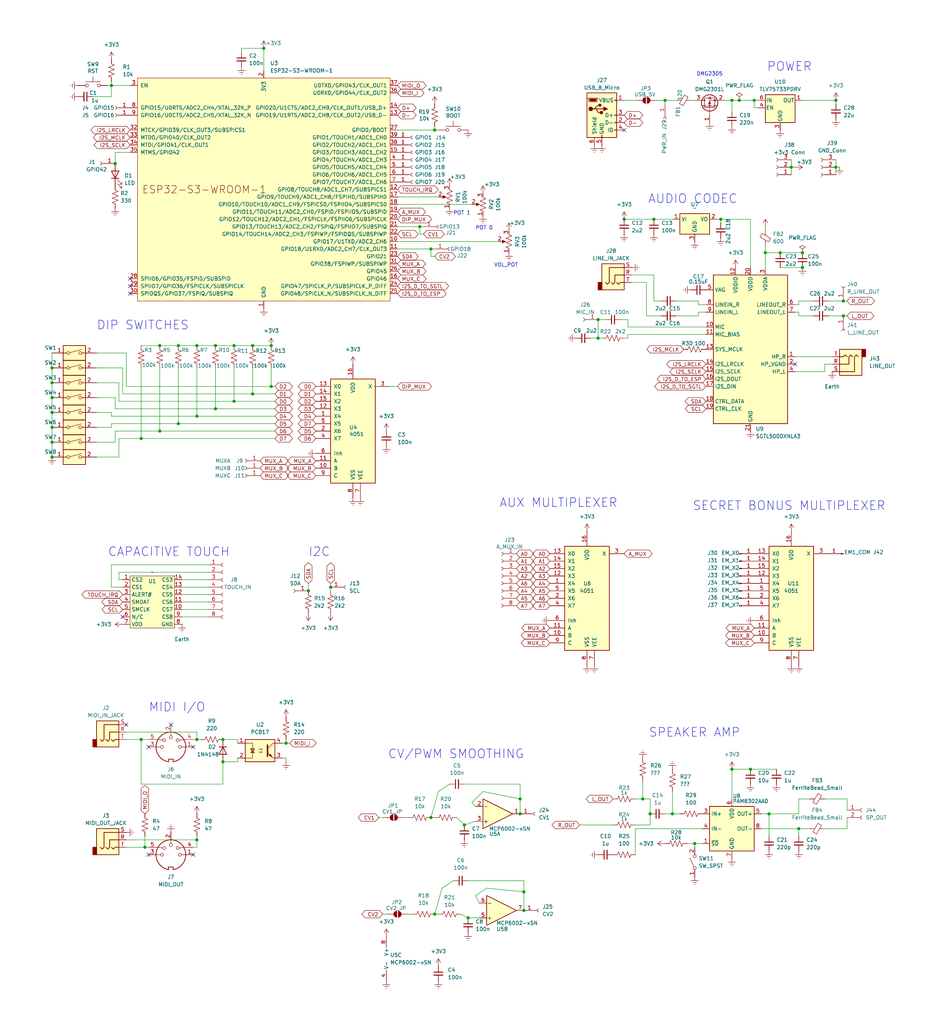
<source format=kicad_sch>
(kicad_sch (version 20231120) (generator "eeschema") (generator_version "8.0")
  (paper "User" 319.989 350.012)
  (junction (at 213.36 74.93))
  (junction (at 179.07 304.8))
  (junction (at 60.96 118.11))
  (junction (at 262.89 278.13))
  (junction (at 273.05 283.21))
  (junction (at 80.01 118.11))
  (junction (at 105.41 201.93))
  (junction (at 147.32 279.4))
  (junction (at 86.36 118.11))
  (junction (at 80.01 137.16))
  (junction (at 67.31 118.11))
  (junction (at 256.54 262.89))
  (junction (at 148.59 312.42))
  (junction (at 246.38 74.93))
  (junction (at 158.75 281.94))
  (junction (at 60.96 144.78))
  (junction (at 48.26 149.86))
  (junction (at 177.8 278.13))
  (junction (at 237.49 288.29))
  (junction (at 67.31 252.73))
  (junction (at 143.51 77.47))
  (junction (at 274.32 86.36))
  (junction (at 113.03 200.66))
  (junction (at 223.52 74.93))
  (junction (at 17.78 146.05))
  (junction (at 177.8 273.05))
  (junction (at 288.29 107.95))
  (junction (at 274.32 91.44))
  (junction (at 252.73 34.29))
  (junction (at 54.61 147.32))
  (junction (at 219.71 273.05))
  (junction (at 17.78 151.13))
  (junction (at 229.87 278.13))
  (junction (at 54.61 118.11))
  (junction (at 90.17 16.51))
  (junction (at 160.02 313.69))
  (junction (at 67.31 142.24))
  (junction (at 17.78 140.97))
  (junction (at 86.36 134.62))
  (junction (at 97.79 254))
  (junction (at 285.75 57.15))
  (junction (at 261.62 86.36))
  (junction (at 48.26 252.73))
  (junction (at 285.75 34.29))
  (junction (at 76.2 260.35))
  (junction (at 222.25 278.13))
  (junction (at 266.7 86.36))
  (junction (at 38.1 29.21))
  (junction (at 204.47 115.57))
  (junction (at 147.32 85.09))
  (junction (at 76.2 252.73))
  (junction (at 227.33 34.29))
  (junction (at 39.37 55.88))
  (junction (at 49.53 289.56))
  (junction (at 148.59 44.45))
  (junction (at 270.51 57.15))
  (junction (at 67.31 287.02))
  (junction (at 17.78 130.81))
  (junction (at 288.29 102.87))
  (junction (at 204.47 109.22))
  (junction (at 17.78 156.21))
  (junction (at 257.81 34.29))
  (junction (at 250.19 262.89))
  (junction (at 179.07 311.15))
  (junction (at 17.78 125.73))
  (junction (at 73.66 139.7))
  (junction (at 92.71 118.11))
  (junction (at 92.71 132.08))
  (junction (at 250.19 34.29))
  (junction (at 73.66 118.11))
  (junction (at 17.78 135.89))
  (no_connect (at 50.8 255.27))
  (no_connect (at 44.45 100.33))
  (no_connect (at 50.8 292.1))
  (no_connect (at 58.42 247.65))
  (no_connect (at 213.36 44.45))
  (no_connect (at 44.45 97.79))
  (no_connect (at 44.45 95.25))
  (no_connect (at 41.91 210.82))
  (no_connect (at 66.04 292.1))
  (no_connect (at 43.18 247.65))
  (no_connect (at 66.04 255.27))
  (no_connect (at 271.78 124.46))
  (wire (pts (xy 257.81 34.29) (xy 257.81 36.83)))
  (wire (pts (xy 38.1 29.21) (xy 38.1 33.02)))
  (wire (pts (xy 38.1 142.24) (xy 38.1 140.97)))
  (wire (pts (xy 222.25 273.05) (xy 222.25 278.13)))
  (wire (pts (xy 62.23 210.82) (xy 71.12 210.82)))
  (wire (pts (xy 217.17 281.94) (xy 222.25 281.94)))
  (wire (pts (xy 38.1 29.21) (xy 44.45 29.21)))
  (wire (pts (xy 231.14 102.87) (xy 238.76 102.87)))
  (wire (pts (xy 289.56 279.4) (xy 289.56 283.21)))
  (wire (pts (xy 93.98 137.16) (xy 80.01 137.16)))
  (wire (pts (xy 60.96 118.11) (xy 67.31 118.11)))
  (wire (pts (xy 97.79 254) (xy 97.79 252.73)))
  (wire (pts (xy 148.59 279.4) (xy 147.32 279.4)))
  (wire (pts (xy 220.98 96.52) (xy 215.9 96.52)))
  (wire (pts (xy 227.33 35.56) (xy 227.33 34.29)))
  (wire (pts (xy 43.18 289.56) (xy 49.53 289.56)))
  (wire (pts (xy 273.05 283.21) (xy 260.35 283.21)))
  (wire (pts (xy 67.31 289.56) (xy 66.04 289.56)))
  (wire (pts (xy 261.62 86.36) (xy 266.7 86.36)))
  (wire (pts (xy 288.29 107.95) (xy 289.56 107.95)))
  (wire (pts (xy 82.55 16.51) (xy 82.55 17.78)))
  (wire (pts (xy 67.31 142.24) (xy 67.31 125.73)))
  (wire (pts (xy 273.05 283.21) (xy 276.86 283.21)))
  (wire (pts (xy 283.21 102.87) (xy 288.29 102.87)))
  (wire (pts (xy 147.32 87.63) (xy 147.32 85.09)))
  (wire (pts (xy 179.07 304.8) (xy 179.07 311.15)))
  (wire (pts (xy 157.48 312.42) (xy 160.02 313.69)))
  (wire (pts (xy 238.76 102.87) (xy 238.76 104.14)))
  (wire (pts (xy 217.17 292.1) (xy 217.17 283.21)))
  (wire (pts (xy 135.89 85.09) (xy 147.32 85.09)))
  (wire (pts (xy 31.75 33.02) (xy 38.1 33.02)))
  (wire (pts (xy 257.81 36.83) (xy 259.08 36.83)))
  (wire (pts (xy 67.31 252.73) (xy 68.58 252.73)))
  (wire (pts (xy 148.59 312.42) (xy 151.13 303.53)))
  (wire (pts (xy 38.1 193.04) (xy 71.12 193.04)))
  (wire (pts (xy 285.75 57.15) (xy 287.02 57.15)))
  (wire (pts (xy 73.66 118.11) (xy 80.01 118.11)))
  (wire (pts (xy 273.05 104.14) (xy 271.78 104.14)))
  (wire (pts (xy 227.33 34.29) (xy 231.14 34.29)))
  (wire (pts (xy 214.63 114.3) (xy 214.63 115.57)))
  (wire (pts (xy 273.05 273.05) (xy 273.05 278.13)))
  (wire (pts (xy 252.73 34.29) (xy 257.81 34.29)))
  (wire (pts (xy 41.91 134.62) (xy 86.36 134.62)))
  (wire (pts (xy 81.28 260.35) (xy 76.2 260.35)))
  (wire (pts (xy 135.89 82.55) (xy 170.18 82.55)))
  (wire (pts (xy 93.98 149.86) (xy 48.26 149.86)))
  (wire (pts (xy 60.96 144.78) (xy 60.96 125.73)))
  (wire (pts (xy 48.26 267.97) (xy 76.2 267.97)))
  (wire (pts (xy 223.52 93.98) (xy 215.9 93.98)))
  (wire (pts (xy 256.54 74.93) (xy 246.38 74.93)))
  (wire (pts (xy 250.19 273.05) (xy 250.19 262.89)))
  (wire (pts (xy 213.36 34.29) (xy 217.17 34.29)))
  (wire (pts (xy 48.26 149.86) (xy 48.26 125.73)))
  (wire (pts (xy 39.37 139.7) (xy 73.66 139.7)))
  (wire (pts (xy 261.62 86.36) (xy 261.62 91.44)))
  (wire (pts (xy 67.31 250.19) (xy 67.31 252.73)))
  (wire (pts (xy 50.8 289.56) (xy 49.53 289.56)))
  (wire (pts (xy 49.53 285.75) (xy 49.53 289.56)))
  (wire (pts (xy 67.31 285.75) (xy 67.31 287.02)))
  (wire (pts (xy 223.52 93.98) (xy 223.52 102.87)))
  (wire (pts (xy 17.78 151.13) (xy 17.78 156.21)))
  (wire (pts (xy 80.01 137.16) (xy 80.01 125.73)))
  (wire (pts (xy 166.37 303.53) (xy 179.07 304.8)))
  (wire (pts (xy 273.05 278.13) (xy 262.89 278.13)))
  (wire (pts (xy 39.37 151.13) (xy 33.02 151.13)))
  (wire (pts (xy 241.3 111.76) (xy 214.63 111.76)))
  (wire (pts (xy 62.23 198.12) (xy 71.12 198.12)))
  (wire (pts (xy 177.8 267.97) (xy 177.8 273.05)))
  (wire (pts (xy 262.89 285.75) (xy 262.89 278.13)))
  (wire (pts (xy 161.29 274.32) (xy 165.1 270.51)))
  (wire (pts (xy 86.36 118.11) (xy 92.71 118.11)))
  (wire (pts (xy 40.64 195.58) (xy 71.12 195.58)))
  (wire (pts (xy 281.94 283.21) (xy 289.56 283.21)))
  (wire (pts (xy 38.1 140.97) (xy 33.02 140.97)))
  (wire (pts (xy 278.13 107.95) (xy 273.05 107.95)))
  (wire (pts (xy 231.14 107.95) (xy 238.76 107.95)))
  (wire (pts (xy 160.02 313.69) (xy 163.83 313.69)))
  (wire (pts (xy 38.1 200.66) (xy 38.1 193.04)))
  (wire (pts (xy 285.75 54.61) (xy 285.75 57.15)))
  (wire (pts (xy 179.07 300.99) (xy 179.07 304.8)))
  (wire (pts (xy 204.47 109.22) (xy 204.47 115.57)))
  (wire (pts (xy 135.89 69.85) (xy 161.29 69.85)))
  (wire (pts (xy 139.7 312.42) (xy 140.97 312.42)))
  (wire (pts (xy 113.03 200.66) (xy 113.03 201.93)))
  (wire (pts (xy 41.91 134.62) (xy 41.91 125.73)))
  (wire (pts (xy 246.38 74.93) (xy 245.11 74.93)))
  (wire (pts (xy 288.29 102.87) (xy 289.56 102.87)))
  (wire (pts (xy 156.21 279.4) (xy 158.75 281.94)))
  (wire (pts (xy 148.59 87.63) (xy 147.32 87.63)))
  (wire (pts (xy 148.59 44.45) (xy 149.86 44.45)))
  (wire (pts (xy 62.23 203.2) (xy 71.12 203.2)))
  (wire (pts (xy 76.2 267.97) (xy 76.2 260.35)))
  (wire (pts (xy 40.64 156.21) (xy 33.02 156.21)))
  (wire (pts (xy 38.1 142.24) (xy 67.31 142.24)))
  (wire (pts (xy 229.87 270.51) (xy 229.87 278.13)))
  (wire (pts (xy 220.98 96.52) (xy 220.98 107.95)))
  (wire (pts (xy 96.52 254) (xy 97.79 254)))
  (wire (pts (xy 219.71 266.7) (xy 219.71 273.05)))
  (wire (pts (xy 158.75 267.97) (xy 177.8 267.97)))
  (wire (pts (xy 207.01 109.22) (xy 204.47 109.22)))
  (wire (pts (xy 261.62 77.47) (xy 261.62 78.74)))
  (wire (pts (xy 40.64 137.16) (xy 40.64 130.81)))
  (wire (pts (xy 198.12 281.94) (xy 209.55 281.94)))
  (wire (pts (xy 40.64 149.86) (xy 40.64 156.21)))
  (wire (pts (xy 160.02 300.99) (xy 179.07 300.99)))
  (wire (pts (xy 247.65 34.29) (xy 250.19 34.29)))
  (wire (pts (xy 237.49 288.29) (xy 240.03 288.29)))
  (wire (pts (xy 204.47 115.57) (xy 205.74 115.57)))
  (wire (pts (xy 219.71 273.05) (xy 222.25 273.05)))
  (wire (pts (xy 67.31 118.11) (xy 73.66 118.11)))
  (wire (pts (xy 62.23 205.74) (xy 71.12 205.74)))
  (wire (pts (xy 281.94 127) (xy 281.94 124.46)))
  (wire (pts (xy 241.3 106.68) (xy 238.76 106.68)))
  (wire (pts (xy 129.54 279.4) (xy 130.81 279.4)))
  (wire (pts (xy 62.23 200.66) (xy 71.12 200.66)))
  (wire (pts (xy 285.75 57.15) (xy 285.75 59.69)))
  (wire (pts (xy 41.91 200.66) (xy 38.1 200.66)))
  (wire (pts (xy 97.79 259.08) (xy 97.79 260.35)))
  (wire (pts (xy 40.64 198.12) (xy 40.64 195.58)))
  (wire (pts (xy 99.06 254) (xy 97.79 254)))
  (wire (pts (xy 93.98 144.78) (xy 60.96 144.78)))
  (wire (pts (xy 80.01 118.11) (xy 86.36 118.11)))
  (wire (pts (xy 223.52 74.93) (xy 229.87 74.93)))
  (wire (pts (xy 266.7 91.44) (xy 274.32 91.44)))
  (wire (pts (xy 40.64 130.81) (xy 33.02 130.81)))
  (wire (pts (xy 17.78 135.89) (xy 17.78 140.97)))
  (wire (pts (xy 250.19 34.29) (xy 250.19 38.1)))
  (wire (pts (xy 257.81 34.29) (xy 259.08 34.29)))
  (wire (pts (xy 165.1 270.51) (xy 177.8 273.05)))
  (wire (pts (xy 229.87 278.13) (xy 232.41 278.13)))
  (wire (pts (xy 36.83 29.21) (xy 38.1 29.21)))
  (wire (pts (xy 38.1 144.78) (xy 38.1 146.05)))
  (wire (pts (xy 38.1 144.78) (xy 60.96 144.78)))
  (wire (pts (xy 48.26 118.11) (xy 54.61 118.11)))
  (wire (pts (xy 289.56 273.05) (xy 281.94 273.05)))
  (wire (pts (xy 43.18 132.08) (xy 92.71 132.08)))
  (wire (pts (xy 217.17 273.05) (xy 219.71 273.05)))
  (wire (pts (xy 285.75 35.56) (xy 285.75 34.29)))
  (wire (pts (xy 274.32 34.29) (xy 285.75 34.29)))
  (wire (pts (xy 41.91 125.73) (xy 33.02 125.73)))
  (wire (pts (xy 261.62 83.82) (xy 261.62 86.36)))
  (wire (pts (xy 138.43 279.4) (xy 139.7 279.4)))
  (wire (pts (xy 250.19 34.29) (xy 252.73 34.29)))
  (wire (pts (xy 273.05 107.95) (xy 273.05 106.68)))
  (wire (pts (xy 39.37 135.89) (xy 33.02 135.89)))
  (wire (pts (xy 40.64 149.86) (xy 48.26 149.86)))
  (wire (pts (xy 135.89 44.45) (xy 148.59 44.45)))
  (wire (pts (xy 50.8 252.73) (xy 48.26 252.73)))
  (wire (pts (xy 90.17 16.51) (xy 82.55 16.51)))
  (wire (pts (xy 283.21 107.95) (xy 288.29 107.95)))
  (wire (pts (xy 222.25 281.94) (xy 222.25 278.13)))
  (wire (pts (xy 113.03 199.39) (xy 113.03 200.66)))
  (wire (pts (xy 90.17 24.13) (xy 90.17 16.51)))
  (wire (pts (xy 93.98 132.08) (xy 92.71 132.08)))
  (wire (pts (xy 256.54 91.44) (xy 256.54 74.93)))
  (wire (pts (xy 273.05 102.87) (xy 273.05 104.14)))
  (wire (pts (xy 162.56 306.07) (xy 166.37 303.53)))
  (wire (pts (xy 43.18 287.02) (xy 67.31 287.02)))
  (wire (pts (xy 96.52 259.08) (xy 97.79 259.08)))
  (wire (pts (xy 227.33 278.13) (xy 229.87 278.13)))
  (wire (pts (xy 270.51 57.15) (xy 270.51 59.69)))
  (wire (pts (xy 39.37 139.7) (xy 39.37 135.89)))
  (wire (pts (xy 81.28 259.08) (xy 81.28 260.35)))
  (wire (pts (xy 135.89 77.47) (xy 143.51 77.47)))
  (wire (pts (xy 67.31 287.02) (xy 67.31 289.56)))
  (wire (pts (xy 163.83 308.61) (xy 162.56 306.07)))
  (wire (pts (xy 271.78 127) (xy 281.94 127)))
  (wire (pts (xy 144.78 80.01) (xy 143.51 80.01)))
  (wire (pts (xy 62.23 208.28) (xy 71.12 208.28)))
  (wire (pts (xy 17.78 130.81) (xy 17.78 135.89)))
  (wire (pts (xy 43.18 120.65) (xy 33.02 120.65)))
  (wire (pts (xy 43.18 250.19) (xy 67.31 250.19)))
  (wire (pts (xy 214.63 109.22) (xy 212.09 109.22)))
  (wire (pts (xy 93.98 134.62) (xy 86.36 134.62)))
  (wire (pts (xy 220.98 107.95) (xy 226.06 107.95)))
  (wire (pts (xy 276.86 273.05) (xy 273.05 273.05)))
  (wire (pts (xy 93.98 147.32) (xy 54.61 147.32)))
  (wire (pts (xy 217.17 283.21) (xy 240.03 283.21)))
  (wire (pts (xy 147.32 85.09) (xy 148.59 85.09)))
  (wire (pts (xy 17.78 146.05) (xy 17.78 151.13)))
  (wire (pts (xy 135.89 67.31) (xy 149.86 67.31)))
  (wire (pts (xy 17.78 120.65) (xy 17.78 125.73)))
  (wire (pts (xy 54.61 147.32) (xy 54.61 125.73)))
  (wire (pts (xy 43.18 252.73) (xy 48.26 252.73)))
  (wire (pts (xy 17.78 140.97) (xy 17.78 146.05)))
  (wire (pts (xy 92.71 132.08) (xy 92.71 125.73)))
  (wire (pts (xy 151.13 303.53) (xy 154.94 300.99)))
  (wire (pts (xy 214.63 115.57) (xy 213.36 115.57)))
  (wire (pts (xy 93.98 139.7) (xy 73.66 139.7)))
  (wire (pts (xy 177.8 273.05) (xy 177.8 278.13)))
  (wire (pts (xy 86.36 134.62) (xy 86.36 125.73)))
  (wire (pts (xy 238.76 106.68) (xy 238.76 107.95)))
  (wire (pts (xy 271.78 121.92) (xy 284.48 121.92)))
  (wire (pts (xy 38.1 146.05) (xy 33.02 146.05)))
  (wire (pts (xy 39.37 147.32) (xy 39.37 151.13)))
  (wire (pts (xy 39.37 52.07) (xy 44.45 52.07)))
  (wire (pts (xy 143.51 77.47) (xy 144.78 77.47)))
  (wire (pts (xy 158.75 281.94) (xy 162.56 280.67)))
  (wire (pts (xy 201.93 115.57) (xy 204.47 115.57)))
  (wire (pts (xy 66.04 252.73) (xy 67.31 252.73)))
  (wire (pts (xy 73.66 139.7) (xy 73.66 125.73)))
  (wire (pts (xy 226.06 102.87) (xy 223.52 102.87)))
  (wire (pts (xy 41.91 198.12) (xy 40.64 198.12)))
  (wire (pts (xy 147.32 279.4) (xy 149.86 270.51)))
  (wire (pts (xy 17.78 125.73) (xy 17.78 130.81)))
  (wire (pts (xy 143.51 77.47) (xy 143.51 80.01)))
  (wire (pts (xy 39.37 52.07) (xy 39.37 55.88)))
  (wire (pts (xy 241.3 114.3) (xy 214.63 114.3)))
  (wire (pts (xy 250.19 262.89) (xy 256.54 262.89)))
  (wire (pts (xy 270.51 54.61) (xy 270.51 57.15)))
  (wire (pts (xy 273.05 285.75) (xy 273.05 283.21)))
  (wire (pts (xy 227.33 34.29) (xy 224.79 34.29)))
  (wire (pts (xy 81.28 252.73) (xy 81.28 254)))
  (wire (pts (xy 262.89 278.13) (xy 260.35 278.13)))
  (wire (pts (xy 40.64 137.16) (xy 80.01 137.16)))
  (wire (pts (xy 214.63 111.76) (xy 214.63 109.22)))
  (wire (pts (xy 273.05 106.68) (xy 271.78 106.68)))
  (wire (pts (xy 289.56 276.86) (xy 289.56 273.05)))
  (wire (pts (xy 237.49 289.56) (xy 237.49 288.29)))
  (wire (pts (xy 38.1 27.94) (xy 38.1 29.21)))
  (wire (pts (xy 93.98 142.24) (xy 67.31 142.24)))
  (wire (pts (xy 48.26 252.73) (xy 48.26 267.97)))
  (wire (pts (xy 162.56 275.59) (xy 161.29 274.32)))
  (wire (pts (xy 130.81 312.42) (xy 132.08 312.42)))
  (wire (pts (xy 133.35 132.08) (xy 135.89 132.08)))
  (wire (pts (xy 76.2 252.73) (xy 81.28 252.73)))
  (wire (pts (xy 213.36 74.93) (xy 223.52 74.93)))
  (wire (pts (xy 256.54 262.89) (xy 265.43 262.89)))
  (wire (pts (xy 43.18 132.08) (xy 43.18 120.65)))
  (wire (pts (xy 105.41 201.93) (xy 105.41 199.39)))
  (wire (pts (xy 281.94 124.46) (xy 284.48 124.46)))
  (wire (pts (xy 278.13 102.87) (xy 273.05 102.87)))
  (wire (pts (xy 270.51 57.15) (xy 271.78 57.15)))
  (wire (pts (xy 246.38 76.2) (xy 246.38 74.93)))
  (wire (pts (xy 54.61 118.11) (xy 60.96 118.11)))
  (wire (pts (xy 149.86 312.42) (xy 148.59 312.42)))
  (wire (pts (xy 266.7 86.36) (xy 274.32 86.36)))
  (wire (pts (xy 149.86 270.51) (xy 153.67 267.97)))
  (wire (pts (xy 148.59 44.45) (xy 148.59 43.18)))
  (wire (pts (xy 39.37 147.32) (xy 54.61 147.32)))
  (wire (pts (xy 236.22 34.29) (xy 237.49 34.29)))
  (wire (pts (xy 238.76 104.14) (xy 241.3 104.14)))
  (wire (pts (xy 234.95 288.29) (xy 237.49 288.29)))
  (text "CV/PWM SMOOTHING" (at 132.588 259.588 0) (effects (font (size 3 3)) (justify left bottom)))
  (text "POWER" (at 262.128 24.638 0) (effects (font (size 3 3)) (justify left bottom)))
  (text "VOL_POT" (at 172.974 90.678 0) (effects (font (size 1.27 1.27))))
  (text "POT 0" (at 162.56 78.74 0) (effects (font (size 1.27 1.27)) (justify left bottom)))
  (text "AUX MULTIPLEXER" (at 170.688 173.736 0) (effects (font (size 3 3)) (justify left bottom)))
  (text "I2C" (at 105.41 190.5 0) (effects (font (size 3 3)) (justify left bottom)))
  (text "DMG2305" (at 242.57 25.4 0) (effects (font (size 1.27 1.27))))
  (text "POT 1" (at 154.94 73.66 0) (effects (font (size 1.27 1.27)) (justify left bottom)))
  (text "SPEAKER AMP" (at 221.742 252.222 0) (effects (font (size 3 3)) (justify left bottom)))
  (text "DIP SWITCHES" (at 33.02 113.03 0) (effects (font (size 3 3)) (justify left bottom)))
  (text "MIDI I/O" (at 50.8 243.586 0) (effects (font (size 3 3)) (justify left bottom)))
  (text "SECRET BONUS MULTIPLEXER" (at 236.728 174.752 0) (effects (font (size 3 3)) (justify left bottom)))
  (text "CAPACITIVE TOUCH" (at 36.83 190.5 0) (effects (font (size 3 3)) (justify left bottom)))
  (text "AUDIO CODEC" (at 221.488 69.85 0) (effects (font (size 3 3)) (justify left bottom)))
  (global_label "I2S_MCLK" (shape bidirectional) (at 233.68 119.38 180) (property "Intersheetrefs" "${INTERSHEET_REFS}" (effects (hide yes))))
  (global_label "D7" (shape bidirectional) (at 107.95 144.78 180) (property "Intersheetrefs" "${INTERSHEET_REFS}" (effects (hide yes))))
  (global_label "D2" (shape bidirectional) (at 93.98 132.08 0) (property "Intersheetrefs" "${INTERSHEET_REFS}" (effects (hide yes))))
  (global_label "I2S_LRCLK" (shape bidirectional) (at 241.3 124.46 180) (property "Intersheetrefs" "${INTERSHEET_REFS}" (effects (hide yes))))
  (global_label "D4" (shape bidirectional) (at 107.95 142.24 180) (property "Intersheetrefs" "${INTERSHEET_REFS}" (effects (hide yes))))
  (global_label "CV1" (shape bidirectional) (at 144.78 80.01 0) (property "Intersheetrefs" "${INTERSHEET_REFS}" (effects (hide yes))))
  (global_label "CV1" (shape bidirectional) (at 129.54 279.4 180) (property "Intersheetrefs" "${INTERSHEET_REFS}" (effects (hide yes))))
  (global_label "MUX_A" (shape bidirectional) (at 187.96 214.63 180) (property "Intersheetrefs" "${INTERSHEET_REFS}" (effects (hide yes))))
  (global_label "I2S_SCLK" (shape bidirectional) (at 44.45 49.53 180) (property "Intersheetrefs" "${INTERSHEET_REFS}" (effects (hide yes))))
  (global_label "R_OUT" (shape bidirectional) (at 198.12 281.94 180) (property "Intersheetrefs" "${INTERSHEET_REFS}" (effects (hide yes))))
  (global_label "MIDI_O" (shape bidirectional) (at 49.53 278.13 90) (property "Intersheetrefs" "${INTERSHEET_REFS}" (effects (hide yes))))
  (global_label "A1" (shape bidirectional) (at 187.96 191.77 180) (property "Intersheetrefs" "${INTERSHEET_REFS}" (effects (hide yes))))
  (global_label "TOUCH_IRQ" (shape bidirectional) (at 41.91 203.2 180) (property "Intersheetrefs" "${INTERSHEET_REFS}" (effects (hide yes))))
  (global_label "D1" (shape bidirectional) (at 107.95 134.62 180) (property "Intersheetrefs" "${INTERSHEET_REFS}" (effects (hide yes))))
  (global_label "DIP_MUX" (shape bidirectional) (at 135.89 132.08 0) (property "Intersheetrefs" "${INTERSHEET_REFS}" (effects (hide yes))))
  (global_label "TOUCH_IRQ" (shape bidirectional) (at 135.89 64.77 0) (property "Intersheetrefs" "${INTERSHEET_REFS}" (effects (hide yes))))
  (global_label "SCL" (shape bidirectional) (at 113.03 199.39 90) (property "Intersheetrefs" "${INTERSHEET_REFS}" (effects (hide yes))))
  (global_label "D-" (shape bidirectional) (at 213.36 41.91 0) (property "Intersheetrefs" "${INTERSHEET_REFS}" (effects (hide yes))))
  (global_label "CV2" (shape bidirectional) (at 148.59 87.63 0) (property "Intersheetrefs" "${INTERSHEET_REFS}" (effects (hide yes))))
  (global_label "A2" (shape bidirectional) (at 187.96 194.31 180) (property "Intersheetrefs" "${INTERSHEET_REFS}" (effects (hide yes))))
  (global_label "MUX_C" (shape bidirectional) (at 88.9 162.56 0) (property "Intersheetrefs" "${INTERSHEET_REFS}" (effects (hide yes))))
  (global_label "D+" (shape bidirectional) (at 135.89 36.83 0) (property "Intersheetrefs" "${INTERSHEET_REFS}" (effects (hide yes))))
  (global_label "MUX_B" (shape bidirectional) (at 107.95 160.02 180) (property "Intersheetrefs" "${INTERSHEET_REFS}" (effects (hide yes))))
  (global_label "I2S_LRCLK" (shape bidirectional) (at 44.45 44.45 180) (property "Intersheetrefs" "${INTERSHEET_REFS}" (effects (hide yes))))
  (global_label "D6" (shape bidirectional) (at 93.98 147.32 0) (property "Intersheetrefs" "${INTERSHEET_REFS}" (effects (hide yes))))
  (global_label "A5" (shape bidirectional) (at 176.53 204.47 0) (property "Intersheetrefs" "${INTERSHEET_REFS}" (effects (hide yes))))
  (global_label "A1" (shape bidirectional) (at 176.53 191.77 0) (property "Intersheetrefs" "${INTERSHEET_REFS}" (effects (hide yes))))
  (global_label "SDA" (shape bidirectional) (at 135.89 87.63 0) (property "Intersheetrefs" "${INTERSHEET_REFS}" (effects (hide yes))))
  (global_label "A7" (shape bidirectional) (at 187.96 207.01 180) (property "Intersheetrefs" "${INTERSHEET_REFS}" (effects (hide yes))))
  (global_label "D5" (shape bidirectional) (at 93.98 144.78 0) (property "Intersheetrefs" "${INTERSHEET_REFS}" (effects (hide yes))))
  (global_label "SDA" (shape bidirectional) (at 105.41 199.39 90) (property "Intersheetrefs" "${INTERSHEET_REFS}" (effects (hide yes))))
  (global_label "D7" (shape bidirectional) (at 93.98 149.86 0) (property "Intersheetrefs" "${INTERSHEET_REFS}" (effects (hide yes))))
  (global_label "SCL" (shape bidirectional) (at 135.89 80.01 0) (property "Intersheetrefs" "${INTERSHEET_REFS}" (effects (hide yes))))
  (global_label "A4" (shape bidirectional) (at 176.53 201.93 0) (property "Intersheetrefs" "${INTERSHEET_REFS}" (effects (hide yes))))
  (global_label "I2S_MCLK" (shape bidirectional) (at 44.45 46.99 180) (property "Intersheetrefs" "${INTERSHEET_REFS}" (effects (hide yes))))
  (global_label "MIDI_I" (shape bidirectional) (at 135.89 31.75 0) (property "Intersheetrefs" "${INTERSHEET_REFS}" (effects (hide yes))))
  (global_label "D3" (shape bidirectional) (at 93.98 139.7 0) (property "Intersheetrefs" "${INTERSHEET_REFS}" (effects (hide yes))))
  (global_label "A6" (shape bidirectional) (at 176.53 199.39 0) (property "Intersheetrefs" "${INTERSHEET_REFS}" (effects (hide yes))))
  (global_label "MUX_A" (shape bidirectional) (at 88.9 157.48 0) (property "Intersheetrefs" "${INTERSHEET_REFS}" (effects (hide yes))))
  (global_label "MUX_A" (shape bidirectional) (at 257.81 214.63 180) (property "Intersheetrefs" "${INTERSHEET_REFS}" (effects (hide yes))))
  (global_label "D2" (shape bidirectional) (at 107.95 137.16 180) (property "Intersheetrefs" "${INTERSHEET_REFS}" (effects (hide yes))))
  (global_label "MIDI_O" (shape bidirectional) (at 135.89 29.21 0) (property "Intersheetrefs" "${INTERSHEET_REFS}" (effects (hide yes))))
  (global_label "I2S_D_TO_SGTL" (shape bidirectional) (at 241.3 132.08 180) (property "Intersheetrefs" "${INTERSHEET_REFS}" (effects (hide yes))))
  (global_label "MUX_B" (shape bidirectional) (at 257.81 217.17 180) (property "Intersheetrefs" "${INTERSHEET_REFS}" (effects (hide yes))))
  (global_label "MUX_B" (shape bidirectional) (at 135.89 92.71 0) (property "Intersheetrefs" "${INTERSHEET_REFS}" (effects (hide yes))))
  (global_label "D+" (shape bidirectional) (at 213.36 39.37 0) (property "Intersheetrefs" "${INTERSHEET_REFS}" (effects (hide yes))))
  (global_label "DIP_MUX" (shape bidirectional) (at 135.89 74.93 0) (property "Intersheetrefs" "${INTERSHEET_REFS}" (effects (hide yes))))
  (global_label "A4" (shape bidirectional) (at 187.96 199.39 180) (property "Intersheetrefs" "${INTERSHEET_REFS}" (effects (hide yes))))
  (global_label "A_MUX" (shape bidirectional) (at 135.89 72.39 0) (property "Intersheetrefs" "${INTERSHEET_REFS}" (effects (hide yes))))
  (global_label "MUX_A" (shape bidirectional) (at 135.89 90.17 0) (property "Intersheetrefs" "${INTERSHEET_REFS}" (effects (hide yes))))
  (global_label "CV2" (shape bidirectional) (at 130.81 312.42 180) (property "Intersheetrefs" "${INTERSHEET_REFS}" (effects (hide yes))))
  (global_label "A5" (shape bidirectional) (at 187.96 201.93 180) (property "Intersheetrefs" "${INTERSHEET_REFS}" (effects (hide yes))))
  (global_label "MUX_B" (shape bidirectional) (at 187.96 217.17 180) (property "Intersheetrefs" "${INTERSHEET_REFS}" (effects (hide yes))))
  (global_label "R_OUT" (shape bidirectional) (at 289.56 102.87 0) (property "Intersheetrefs" "${INTERSHEET_REFS}" (effects (hide yes))))
  (global_label "MUX_C" (shape bidirectional) (at 257.81 219.71 180) (property "Intersheetrefs" "${INTERSHEET_REFS}" (effects (hide yes))))
  (global_label "A3" (shape bidirectional) (at 176.53 194.31 0) (property "Intersheetrefs" "${INTERSHEET_REFS}" (effects (hide yes))))
  (global_label "SCL" (shape bidirectional) (at 41.91 208.28 180) (property "Intersheetrefs" "${INTERSHEET_REFS}" (effects (hide yes))))
  (global_label "MUX_B" (shape bidirectional) (at 88.9 160.02 0) (property "Intersheetrefs" "${INTERSHEET_REFS}" (effects (hide yes))))
  (global_label "A0" (shape bidirectional) (at 187.96 189.23 180) (property "Intersheetrefs" "${INTERSHEET_REFS}" (effects (hide yes))))
  (global_label "SCL" (shape bidirectional) (at 241.3 139.7 180) (property "Intersheetrefs" "${INTERSHEET_REFS}" (effects (hide yes))))
  (global_label "SDA" (shape bidirectional) (at 41.91 205.74 180) (property "Intersheetrefs" "${INTERSHEET_REFS}" (effects (hide yes))))
  (global_label "MUX_C" (shape bidirectional) (at 187.96 219.71 180) (property "Intersheetrefs" "${INTERSHEET_REFS}" (effects (hide yes))))
  (global_label "I2S_D_TO_ESP" (shape bidirectional) (at 135.89 100.33 0) (property "Intersheetrefs" "${INTERSHEET_REFS}" (effects (hide yes))))
  (global_label "D-" (shape bidirectional) (at 135.89 39.37 0) (property "Intersheetrefs" "${INTERSHEET_REFS}" (effects (hide yes))))
  (global_label "MUX_C" (shape bidirectional) (at 135.89 95.25 0) (property "Intersheetrefs" "${INTERSHEET_REFS}" (effects (hide yes))))
  (global_label "MUX_A" (shape bidirectional) (at 107.95 157.48 180) (property "Intersheetrefs" "${INTERSHEET_REFS}" (effects (hide yes))))
  (global_label "MIDI_I" (shape bidirectional) (at 99.06 254 0) (property "Intersheetrefs" "${INTERSHEET_REFS}" (effects (hide yes))))
  (global_label "D4" (shape bidirectional) (at 93.98 142.24 0) (property "Intersheetrefs" "${INTERSHEET_REFS}" (effects (hide yes))))
  (global_label "A3" (shape bidirectional) (at 187.96 196.85 180) (property "Intersheetrefs" "${INTERSHEET_REFS}" (effects (hide yes))))
  (global_label "SDA" (shape bidirectional) (at 241.3 137.16 180) (property "Intersheetrefs" "${INTERSHEET_REFS}" (effects (hide yes))))
  (global_label "D5" (shape bidirectional) (at 107.95 147.32 180) (property "Intersheetrefs" "${INTERSHEET_REFS}" (effects (hide yes))))
  (global_label "I2S_SCLK" (shape bidirectional) (at 241.3 127 180) (property "Intersheetrefs" "${INTERSHEET_REFS}" (effects (hide yes))))
  (global_label "A0" (shape bidirectional) (at 176.53 189.23 0) (property "Intersheetrefs" "${INTERSHEET_REFS}" (effects (hide yes))))
  (global_label "L_OUT" (shape bidirectional) (at 209.55 273.05 180) (property "Intersheetrefs" "${INTERSHEET_REFS}" (effects (hide yes))))
  (global_label "D0" (shape bidirectional) (at 107.95 132.08 180) (property "Intersheetrefs" "${INTERSHEET_REFS}" (effects (hide yes))))
  (global_label "I2S_D_TO_SGTL" (shape bidirectional) (at 135.89 97.79 0) (property "Intersheetrefs" "${INTERSHEET_REFS}" (effects (hide yes))))
  (global_label "L_OUT" (shape bidirectional) (at 289.56 107.95 0) (property "Intersheetrefs" "${INTERSHEET_REFS}" (effects (hide yes))))
  (global_label "D6" (shape bidirectional) (at 107.95 149.86 180) (property "Intersheetrefs" "${INTERSHEET_REFS}" (effects (hide yes))))
  (global_label "A6" (shape bidirectional) (at 187.96 204.47 180) (property "Intersheetrefs" "${INTERSHEET_REFS}" (effects (hide yes))))
  (global_label "D0" (shape bidirectional) (at 93.98 137.16 0) (property "Intersheetrefs" "${INTERSHEET_REFS}" (effects (hide yes))))
  (global_label "D3" (shape bidirectional) (at 107.95 139.7 180) (property "Intersheetrefs" "${INTERSHEET_REFS}" (effects (hide yes))))
  (global_label "MUX_C" (shape bidirectional) (at 107.95 162.56 180) (property "Intersheetrefs" "${INTERSHEET_REFS}" (effects (hide yes))))
  (global_label "A7" (shape bidirectional) (at 176.53 207.01 0) (property "Intersheetrefs" "${INTERSHEET_REFS}" (effects (hide yes))))
  (global_label "I2S_D_TO_ESP" (shape bidirectional) (at 241.3 129.54 180) (property "Intersheetrefs" "${INTERSHEET_REFS}" (effects (hide yes))))
  (global_label "A_MUX" (shape bidirectional) (at 213.36 189.23 0) (property "Intersheetrefs" "${INTERSHEET_REFS}" (effects (hide yes))))
  (global_label "D1" (shape bidirectional) (at 93.98 134.62 0) (property "Intersheetrefs" "${INTERSHEET_REFS}" (effects (hide yes))))
  (global_label "A2" (shape bidirectional) (at 176.53 196.85 0) (property "Intersheetrefs" "${INTERSHEET_REFS}" (effects (hide yes))))
  (symbol (lib_id "Device:R_US") (at 148.59 39.37 0) (mirror y) (unit 1)
    (property "Reference" "R19" (at 146.8628 38.2016 0) (effects (justify left)))
    (property "Value" "10k" (at 146.8628 40.513 0) (effects (justify left)))
    (property "Footprint" "Resistor_SMD:R_0603_1608Metric_Pad0.98x0.95mm_HandSolder" (effects (hide yes)))
  )
  (symbol (lib_id "4xxx:4051") (at 120.65 147.32 0) (unit 1)
    (property "Reference" "U4" (at 119.38 146.05 0) (effects (justify left)))
    (property "Value" "4051" (at 119.38 148.3614 0) (effects (justify left)))
    (property "Footprint" "Package_SO:SOIC-16_3.9x9.9mm_P1.27mm" (effects (hide yes)))
    (property "Datasheet" "http://www.intersil.com/content/dam/Intersil/documents/cd40/cd4051bms-52bms-53bms.pdf" (effects (hide yes)))
  )
  (symbol (lib_id "Device:R_US") (at 92.71 121.92 0) (unit 1)
    (property "Reference" "R13" (at 93.726 119.888 0) (effects (justify left)))
    (property "Value" "100k" (at 92.964 124.968 0) (effects (justify left)))
    (property "Footprint" "Resistor_SMD:R_0603_1608Metric_Pad0.98x0.95mm_HandSolder" (effects (hide yes)))
  )
  (symbol (lib_id "Device:R_US") (at 86.36 121.92 0) (unit 1)
    (property "Reference" "R12" (at 87.376 119.888 0) (effects (justify left)))
    (property "Value" "100k" (at 86.614 124.968 0) (effects (justify left)))
    (property "Footprint" "Resistor_SMD:R_0603_1608Metric_Pad0.98x0.95mm_HandSolder" (effects (hide yes)))
  )
  (symbol (lib_id "Device:R_US") (at 80.01 121.92 0) (unit 1)
    (property "Reference" "R11" (at 81.026 119.888 0) (effects (justify left)))
    (property "Value" "100k" (at 80.264 124.968 0) (effects (justify left)))
    (property "Footprint" "Resistor_SMD:R_0603_1608Metric_Pad0.98x0.95mm_HandSolder" (effects (hide yes)))
  )
  (symbol (lib_id "Device:R_US") (at 73.66 121.92 0) (unit 1)
    (property "Reference" "R10" (at 74.676 119.634 0) (effects (justify left)))
    (property "Value" "100k" (at 73.914 124.968 0) (effects (justify left)))
    (property "Footprint" "Resistor_SMD:R_0603_1608Metric_Pad0.98x0.95mm_HandSolder" (effects (hide yes)))
  )
  (symbol (lib_id "Device:R_US") (at 67.31 121.92 0) (unit 1)
    (property "Reference" "R7" (at 68.326 119.634 0) (effects (justify left)))
    (property "Value" "100k" (at 67.564 124.968 0) (effects (justify left)))
    (property "Footprint" "Resistor_SMD:R_0603_1608Metric_Pad0.98x0.95mm_HandSolder" (effects (hide yes)))
  )
  (symbol (lib_id "Device:R_US") (at 60.96 121.92 0) (unit 1)
    (property "Reference" "R6" (at 61.976 119.634 0) (effects (justify left)))
    (property "Value" "100k" (at 61.214 124.968 0) (effects (justify left)))
    (property "Footprint" "Resistor_SMD:R_0603_1608Metric_Pad0.98x0.95mm_HandSolder" (effects (hide yes)))
  )
  (symbol (lib_id "Device:R_US") (at 54.61 121.92 0) (unit 1)
    (property "Reference" "R5" (at 55.626 119.634 0) (effects (justify left)))
    (property "Value" "100k" (at 54.864 124.968 0) (effects (justify left)))
    (property "Footprint" "Resistor_SMD:R_0603_1608Metric_Pad0.98x0.95mm_HandSolder" (effects (hide yes)))
  )
  (symbol (lib_id "Device:R_US") (at 48.26 121.92 0) (unit 1)
    (property "Reference" "R3" (at 49.276 119.634 0) (effects (justify left)))
    (property "Value" "100k" (at 48.514 124.714 0) (effects (justify left)))
    (property "Footprint" "Resistor_SMD:R_0603_1608Metric_Pad0.98x0.95mm_HandSolder" (effects (hide yes)))
  )
  (symbol (lib_id "4xxx:4051") (at 200.66 204.47 0) (unit 1)
    (property "Reference" "U6" (at 199.39 199.39 0) (effects (justify left)))
    (property "Value" "4051" (at 198.12 201.93 0) (effects (justify left)))
    (property "Footprint" "Package_SO:SOIC-16_3.9x9.9mm_P1.27mm" (effects (hide yes)))
    (property "Datasheet" "http://www.intersil.com/content/dam/Intersil/documents/cd40/cd4051bms-52bms-53bms.pdf" (effects (hide yes)))
  )
  (symbol (lib_id "Connector:Conn_01x08_Socket") (at 171.45 196.85 0) (mirror y) (unit 1)
    (property "Reference" "J23" (at 174.1932 184.531 0))
    (property "Value" "A_MUX_IN" (at 174.1932 186.8424 0))
    (property "Footprint" "Connector_PinHeader_2.54mm:PinHeader_2x04_P2.54mm_Vertical" (effects (hide yes)))
    (property "Description" "Generic connector, single row, 01x08, script generated" (effects (hide yes)))
  )
  (symbol (lib_id "Connector:Conn_01x08_Socket") (at 76.2 200.66 0) (unit 1)
    (property "Reference" "J8" (at 80.01 198.12 0))
    (property "Value" "TOUCH_IN" (at 81.28 200.66 0))
    (property "Footprint" "Connector_PinHeader_2.54mm:PinHeader_2x04_P2.54mm_Vertical" (effects (hide yes)))
    (property "Description" "Generic connector, single row, 01x08, script generated" (effects (hide yes)))
  )
  (symbol (lib_id "Device:R_Potentiometer_US") (at 153.67 67.31 180) (unit 1)
    (property "Reference" "RV1" (at 156.5402 67.31 90))
    (property "Value" "100k" (at 158.8516 67.31 90))
    (property "Footprint" "Connector_PinHeader_2.54mm:PinHeader_1x03_P2.54mm_Vertical" (effects (hide yes)))
    (property "Description" "Potentiometer, US symbol" (effects (hide yes)))
  )
  (symbol (lib_id "Device:R_Potentiometer_US") (at 165.1 69.85 180) (unit 1)
    (property "Reference" "RV2" (at 167.9702 69.85 90))
    (property "Value" "100k" (at 170.2816 69.85 90))
    (property "Footprint" "Connector_PinHeader_2.54mm:PinHeader_1x03_P2.54mm_Vertical" (effects (hide yes)))
    (property "Description" "Potentiometer, US symbol" (effects (hide yes)))
  )
  (symbol (lib_name "Earth_9") (lib_id "power:Earth") (at 256.54 267.97 0) (unit 1)
    (property "Reference" "#PWR064" (effects (hide yes)))
    (property "Value" "Earth" (effects (hide yes)))
    (property "Description" "Power symbol creates a global label with name \"Earth\"" (effects (hide yes)))
  )
  (symbol (lib_id "Device:C_Small") (at 223.52 77.47 0) (unit 1)
    (property "Reference" "C13" (at 226.06 76.2062 0) (effects (justify left)))
    (property "Value" "100n" (at 226.06 78.7462 0) (effects (justify left)))
    (property "Footprint" "Capacitor_SMD:C_0603_1608Metric_Pad1.08x0.95mm_HandSolder" (effects (hide yes)))
    (property "Description" "Unpolarized capacitor, small symbol" (effects (hide yes)))
  )
  (symbol (lib_name "Earth_10") (lib_id "power:Earth") (at 97.79 260.35 0) (unit 1)
    (property "Reference" "#PWR016" (effects (hide yes)))
    (property "Value" "Earth" (effects (hide yes)))
    (property "Description" "Power symbol creates a global label with name \"Earth\"" (effects (hide yes)))
  )
  (symbol (lib_id "Device:C_Small") (at 209.55 109.22 90) (unit 1)
    (property "Reference" "C11" (at 207.01 106.68 90))
    (property "Value" "100n" (at 212.598 106.68 90))
    (property "Footprint" "Capacitor_SMD:C_0603_1608Metric_Pad1.08x0.95mm_HandSolder" (effects (hide yes)))
    (property "Description" "Unpolarized capacitor, small symbol" (effects (hide yes)))
  )
  (symbol (lib_id "Device:R_US") (at 213.36 281.94 90) (unit 1)
    (property "Reference" "R24" (at 213.36 278.384 90))
    (property "Value" "1k" (at 213.36 279.908 90))
    (property "Footprint" "Resistor_SMD:R_0603_1608Metric_Pad0.98x0.95mm_HandSolder" (effects (hide yes)))
    (property "Description" "Resistor, US symbol" (effects (hide yes)))
  )
  (symbol (lib_id "Connector:Conn_01x01_Pin") (at 288.29 189.23 180) (unit 1)
    (property "Reference" "J42" (at 300.228 188.722 0))
    (property "Value" "EM1_COM" (at 293.116 188.722 0))
    (property "Footprint" "Connector_Wire:SolderWirePad_1x01_SMD_1x2mm" (effects (hide yes)))
    (property "Description" "Generic connector, single row, 01x01, script generated" (effects (hide yes)))
  )
  (symbol (lib_id "Regulator_Linear:TLV75733PDRV") (at 266.7 36.83 0) (unit 1)
    (property "Reference" "U10" (at 266.7 27.94 0))
    (property "Value" "TLV75733PDRV" (at 266.7 30.48 0))
    (property "Footprint" "Package_SON:WSON-6-1EP_2x2mm_P0.65mm_EP1x1.6mm" (effects (hide yes)))
    (property "Datasheet" "https://www.ti.com/lit/ds/symlink/tlv757p.pdf" (effects (hide yes)))
    (property "Description" "1A Low IQ Small Size Low Dropout Voltage Regulator, Fixed Output 3.3V, WSON6" (effects (hide yes)))
  )
  (symbol (lib_id "Device:R_US") (at 213.36 292.1 90) (unit 1)
    (property "Reference" "R25" (at 213.36 285.75 90))
    (property "Value" "100" (at 213.36 288.29 90))
    (property "Footprint" "Resistor_SMD:R_0603_1608Metric_Pad0.98x0.95mm_HandSolder" (effects (hide yes)))
    (property "Description" "Resistor, US symbol" (effects (hide yes)))
  )
  (symbol (lib_id "Connector:DIN-5_180degree") (at 58.42 255.27 0) (mirror y) (unit 1)
    (property "Reference" "J6" (at 58.4199 262.89 0))
    (property "Value" "MIDI_IN" (at 58.4199 265.43 0))
    (property "Datasheet" "http://www.mouser.com/ds/2/18/40_c091_abd_e-75918.pdf" (effects (hide yes)))
  )
  (symbol (lib_name "Earth_9") (lib_id "power:Earth") (at 265.43 267.97 0) (unit 1)
    (property "Reference" "#PWR068" (effects (hide yes)))
    (property "Value" "Earth" (effects (hide yes)))
    (property "Description" "Power symbol creates a global label with name \"Earth\"" (effects (hide yes)))
  )
  (symbol (lib_id "Connector:Conn_01x01_Socket") (at 83.82 160.02 180) (unit 1)
    (property "Reference" "J10" (at 81.915 160.02 0))
    (property "Value" "MUXB" (at 76.2 160.02 0))
    (property "Footprint" "Connector_Pin:Pin_D1.0mm_L10.0mm" (effects (hide yes)))
  )
  (symbol (lib_name "Earth_10") (lib_id "power:Earth") (at 160.02 318.77 0) (unit 1)
    (property "Reference" "#PWR034" (effects (hide yes)))
    (property "Value" "Earth" (effects (hide yes)))
    (property "Description" "Power symbol creates a global label with name \"Earth\"" (effects (hide yes)))
  )
  (symbol (lib_name "+3V3_6") (lib_id "power:+3V3") (at 38.1 20.32 0) (unit 1)
    (property "Reference" "#PWR04" (effects (hide yes)))
    (property "Value" "+3V3" (at 38.1 15.24 0))
    (property "Description" "Power symbol creates a global label with name \"+3V3\"" (effects (hide yes)))
  )
  (symbol (lib_id "Device:C_Small") (at 280.67 102.87 90) (unit 1)
    (property "Reference" "C26" (at 278.638 100.33 90))
    (property "Value" "2u2" (at 283.464 100.33 90))
    (property "Footprint" "Capacitor_SMD:C_0603_1608Metric_Pad1.08x0.95mm_HandSolder" (effects (hide yes)))
    (property "Description" "Unpolarized capacitor, small symbol" (effects (hide yes)))
  )
  (symbol (lib_name "Earth_10") (lib_id "power:Earth") (at 26.67 33.02 270) (unit 1)
    (property "Reference" "#PWR03" (effects (hide yes)))
    (property "Value" "Earth" (effects (hide yes)))
    (property "Description" "Power symbol creates a global label with name \"Earth\"" (effects (hide yes)))
  )
  (symbol (lib_id "Device:LED") (at 39.37 59.69 90) (unit 1)
    (property "Reference" "D1" (at 42.545 60.0075 90) (effects (justify right)))
    (property "Value" "LED" (at 42.545 62.5475 90) (effects (justify right)))
    (property "Footprint" "LED_THT:LED_D3.0mm_Clear" (effects (hide yes)))
  )
  (symbol (lib_id "Device:C_Small") (at 160.02 316.23 0) (unit 1)
    (property "Reference" "C8" (at 162.56 314.9663 0) (effects (justify left)))
    (property "Value" "100n" (at 162.56 317.5063 0) (effects (justify left)))
    (property "Footprint" "Capacitor_SMD:C_0603_1608Metric_Pad1.08x0.95mm_HandSolder" (effects (hide yes)))
  )
  (symbol (lib_id "Connector:Conn_01x01_Socket") (at 149.86 77.47 0) (unit 1)
    (property "Reference" "J21" (at 154.178 79.502 0))
    (property "Value" "GPIO13" (at 153.67 77.47 0))
    (property "Footprint" "Connector_Pin:Pin_D1.0mm_L10.0mm" (effects (hide yes)))
  )
  (symbol (lib_name "+3V3_6") (lib_id "power:+3V3") (at 97.79 245.11 0) (unit 1)
    (property "Reference" "#PWR015" (effects (hide yes)))
    (property "Value" "+3V3" (at 97.79 240.03 0))
    (property "Description" "Power symbol creates a global label with name \"+3V3\"" (effects (hide yes)))
  )
  (symbol (lib_name "Earth_10") (lib_id "power:Earth") (at 58.42 284.48 180) (unit 1)
    (property "Reference" "#PWR08" (effects (hide yes)))
    (property "Value" "Earth" (effects (hide yes)))
    (property "Description" "Power symbol creates a global label with name \"Earth\"" (effects (hide yes)))
  )
  (symbol (lib_id "Connector:DIN-5_180degree") (at 58.42 292.1 0) (mirror y) (unit 1)
    (property "Reference" "J7" (at 58.4199 299.72 0))
    (property "Value" "MIDI_OUT" (at 58.4199 302.26 0))
    (property "Datasheet" "http://www.mouser.com/ds/2/18/40_c091_abd_e-75918.pdf" (effects (hide yes)))
  )
  (symbol (lib_id "Device:C_Small") (at 285.75 38.1 0) (unit 1)
    (property "Reference" "C28" (at 288.29 36.8362 0) (effects (justify left)))
    (property "Value" "22u" (at 288.29 39.3762 0) (effects (justify left)))
    (property "Footprint" "Capacitor_SMD:C_1210_3225Metric" (effects (hide yes)))
    (property "Description" "Unpolarized capacitor, small symbol" (effects (hide yes)))
  )
  (symbol (lib_name "+3V3_6") (lib_id "power:+3V3") (at 92.71 118.11 0) (unit 1)
    (property "Reference" "#PWR014" (effects (hide yes)))
    (property "Value" "+3V3" (at 92.71 113.03 0))
    (property "Description" "Power symbol creates a global label with name \"+3V3\"" (effects (hide yes)))
  )
  (symbol (lib_id "Device:C_Small") (at 228.6 107.95 270) (unit 1)
    (property "Reference" "C16" (at 230.632 110.49 90))
    (property "Value" "2u2" (at 225.806 110.49 90))
    (property "Footprint" "Capacitor_SMD:C_0603_1608Metric_Pad1.08x0.95mm_HandSolder" (effects (hide yes)))
    (property "Description" "Unpolarized capacitor, small symbol" (effects (hide yes)))
  )
  (symbol (lib_id "Connector:Conn_01x01_Socket") (at 39.37 39.37 180) (unit 1)
    (property "Reference" "J5" (at 29.21 39.37 0))
    (property "Value" "GPIO16" (at 35.56 39.37 0))
    (property "Footprint" "Connector_Pin:Pin_D1.0mm_L10.0mm" (effects (hide yes)))
  )
  (symbol (lib_id "Device:FerriteBead_Small") (at 279.4 273.05 90) (unit 1)
    (property "Reference" "FB3" (at 279.3619 266.7 90))
    (property "Value" "FerriteBead_Small" (at 279.3619 269.24 90))
    (property "Footprint" "Inductor_SMD:L_0603_1608Metric" (effects (hide yes)))
    (property "Description" "Ferrite bead, small symbol" (effects (hide yes)))
  )
  (symbol (lib_id "Device:R_US") (at 113.03 205.74 0) (unit 1)
    (property "Reference" "R16" (at 114.046 204.47 0) (effects (justify left)))
    (property "Value" "2k2" (at 114.3 207.01 0) (effects (justify left)))
    (property "Footprint" "Resistor_SMD:R_0603_1608Metric_Pad0.98x0.95mm_HandSolder" (effects (hide yes)))
  )
  (symbol (lib_id "Device:R_US") (at 213.36 273.05 90) (unit 1)
    (property "Reference" "R23" (at 213.36 269.24 90))
    (property "Value" "1k" (at 213.36 271.018 90))
    (property "Footprint" "Resistor_SMD:R_0603_1608Metric_Pad0.98x0.95mm_HandSolder" (effects (hide yes)))
    (property "Description" "Resistor, US symbol" (effects (hide yes)))
  )
  (symbol (lib_id "Device:R_US") (at 38.1 24.13 0) (unit 1)
    (property "Reference" "R1" (at 41.91 22.86 0) (effects (justify left)))
    (property "Value" "10k" (at 41.91 25.4 0) (effects (justify left)))
    (property "Footprint" "Resistor_SMD:R_0603_1608Metric_Pad0.98x0.95mm_HandSolder" (effects (hide yes)))
  )
  (symbol (lib_name "Earth_9") (lib_id "power:Earth") (at 250.19 293.37 0) (unit 1)
    (property "Reference" "#PWR061" (effects (hide yes)))
    (property "Value" "Earth" (effects (hide yes)))
    (property "Description" "Power symbol creates a global label with name \"Earth\"" (effects (hide yes)))
  )
  (symbol (lib_id "Connector:Conn_01x01_Socket") (at 182.88 278.13 0) (unit 1)
    (property "Reference" "J24" (at 184.15 276.86 0) (effects (justify left)))
    (property "Value" "CV1" (at 184.15 279.4 0) (effects (justify left)))
    (property "Footprint" "Connector_Pin:Pin_D1.0mm_L10.0mm" (effects (hide yes)))
  )
  (symbol (lib_id "Amplifier_Operational:MCP6002-xSN") (at 171.45 311.15 0) (mirror x) (unit 2)
    (property "Reference" "U5" (at 171.704 317.5 0))
    (property "Value" "MCP6002-xSN" (at 176.784 315.468 0))
    (property "Footprint" "Package_SO:SOIC-8_3.9x4.9mm_P1.27mm" (effects (hide yes)))
    (property "Datasheet" "http://ww1.microchip.com/downloads/en/DeviceDoc/21733j.pdf" (effects (hide yes)))
    (property "Description" "1MHz, Low-Power Op Amp, SOIC-8" (effects (hide yes)))
  )
  (symbol (lib_id "Device:R_US") (at 39.37 67.31 0) (unit 1)
    (property "Reference" "R2" (at 41.148 66.04 0) (effects (justify left)))
    (property "Value" "330" (at 41.148 68.58 0) (effects (justify left)))
    (property "Footprint" "Resistor_SMD:R_0603_1608Metric_Pad0.98x0.95mm_HandSolder" (effects (hide yes)))
  )
  (symbol (lib_name "Earth_10") (lib_id "power:Earth") (at 203.2 227.33 0) (unit 1)
    (property "Reference" "#PWR044" (effects (hide yes)))
    (property "Value" "Earth" (effects (hide yes)))
    (property "Description" "Power symbol creates a global label with name \"Earth\"" (effects (hide yes)))
  )
  (symbol (lib_id "Transistor_FET:DMG2301L") (at 242.57 36.83 90) (unit 1)
    (property "Reference" "Q1" (at 242.57 27.94 90))
    (property "Value" "DMG2301L" (at 242.57 30.48 90))
    (property "Footprint" "Package_TO_SOT_SMD:SOT-23" (effects (hide yes)))
    (property "Datasheet" "https://www.diodes.com/assets/Datasheets/DMG2301L.pdf" (effects (hide yes)))
    (property "Description" "-3A Id, -20V Vds, P-Channel MOSFET, SOT-23" (effects (hide yes)))
  )
  (symbol (lib_name "Earth_3") (lib_id "power:Earth") (at 256.54 147.32 0) (unit 1)
    (property "Reference" "#PWR063" (effects (hide yes)))
    (property "Value" "Earth" (effects (hide yes)))
    (property "Description" "Power symbol creates a global label with name \"Earth\"" (effects (hide yes)))
  )
  (symbol (lib_id "power:PWR_FLAG") (at 274.32 86.36 0) (unit 1)
    (property "Reference" "#FLG02" (effects (hide yes)))
    (property "Value" "PWR_FLAG" (at 274.32 81.28 0))
    (property "Description" "Special symbol for telling ERC where power comes from" (effects (hide yes)))
  )
  (symbol (lib_name "Earth_2") (lib_id "power:Earth") (at 285.75 40.64 0) (unit 1)
    (property "Reference" "#PWR078" (effects (hide yes)))
    (property "Value" "Earth" (effects (hide yes)))
    (property "Description" "Power symbol creates a global label with name \"Earth\"" (effects (hide yes)))
  )
  (symbol (lib_name "+3V3_1") (lib_id "power:+3V3") (at 285.75 34.29 0) (unit 1)
    (property "Reference" "#PWR077" (effects (hide yes)))
    (property "Value" "+3V3" (at 285.75 29.21 0))
    (property "Description" "Power symbol creates a global label with name \"+3V3\"" (effects (hide yes)))
  )
  (symbol (lib_id "Switch:SW_DIP_x01") (at 25.4 151.13 0) (unit 1)
    (property "Reference" "SW7" (at 17.272 149.352 0))
    (property "Value" "SW_DIP_x01" (effects (hide yes)))
    (property "Footprint" "mason_parts:SINGLE_DIP_SWITCH" (effects (hide yes)))
    (property "Description" "1x DIP Switch, Single Pole Single Throw (SPST) switch, small symbol" (effects (hide yes)))
  )
  (symbol (lib_name "+3V3_6") (lib_id "power:+3V3") (at 200.66 181.61 0) (unit 1)
    (property "Reference" "#PWR041" (effects (hide yes)))
    (property "Value" "+3V3" (at 200.66 176.53 0))
    (property "Description" "Power symbol creates a global label with name \"+3V3\"" (effects (hide yes)))
  )
  (symbol (lib_name "+3V3_6") (lib_id "power:+3V3") (at 153.67 63.5 0) (unit 1)
    (property "Reference" "#PWR030" (effects (hide yes)))
    (property "Value" "+3V3" (at 156.464 60.452 0))
    (property "Description" "Power symbol creates a global label with name \"+3V3\"" (effects (hide yes)))
  )
  (symbol (lib_name "Earth_10") (lib_id "power:Earth") (at 165.1 73.66 0) (unit 1)
    (property "Reference" "#PWR036" (effects (hide yes)))
    (property "Value" "Earth" (effects (hide yes)))
    (property "Description" "Power symbol creates a global label with name \"Earth\"" (effects (hide yes)))
  )
  (symbol (lib_id "Device:R_US") (at 229.87 266.7 180) (unit 1)
    (property "Reference" "R27" (at 232.41 265.4299 0) (effects (justify right)))
    (property "Value" "???" (at 232.41 267.9699 0) (effects (justify right)))
    (property "Footprint" "Resistor_SMD:R_0603_1608Metric_Pad0.98x0.95mm_HandSolder" (effects (hide yes)))
    (property "Description" "Resistor, US symbol" (effects (hide yes)))
  )
  (symbol (lib_name "Earth_9") (lib_id "power:Earth") (at 219.71 259.08 180) (unit 1)
    (property "Reference" "#PWR050" (effects (hide yes)))
    (property "Value" "Earth" (effects (hide yes)))
    (property "Description" "Power symbol creates a global label with name \"Earth\"" (effects (hide yes)))
  )
  (symbol (lib_id "Device:C_Small") (at 228.6 102.87 270) (unit 1)
    (property "Reference" "C15" (at 230.632 105.41 90))
    (property "Value" "2u2" (at 225.806 105.41 90))
    (property "Footprint" "Capacitor_SMD:C_0603_1608Metric_Pad1.08x0.95mm_HandSolder" (effects (hide yes)))
    (property "Description" "Unpolarized capacitor, small symbol" (effects (hide yes)))
  )
  (symbol (lib_name "Earth_10") (lib_id "power:Earth") (at 158.75 287.02 0) (unit 1)
    (property "Reference" "#PWR032" (effects (hide yes)))
    (property "Value" "Earth" (effects (hide yes)))
    (property "Description" "Power symbol creates a global label with name \"Earth\"" (effects (hide yes)))
  )
  (symbol (lib_id "Connector:Conn_01x01_Pin") (at 252.73 189.23 0) (unit 1)
    (property "Reference" "J30" (at 243.586 188.976 0))
    (property "Value" "EM_X0" (at 249.682 188.976 0))
    (property "Footprint" "Connector_Wire:SolderWirePad_1x01_SMD_1x2mm" (effects (hide yes)))
    (property "Description" "Generic connector, single row, 01x01, script generated" (effects (hide yes)))
  )
  (symbol (lib_name "Earth_10") (lib_id "power:Earth") (at 90.17 105.41 0) (unit 1)
    (property "Reference" "#PWR013" (effects (hide yes)))
    (property "Value" "Earth" (effects (hide yes)))
    (property "Description" "Power symbol creates a global label with name \"Earth\"" (effects (hide yes)))
  )
  (symbol (lib_id "Device:FerriteBead_Small") (at 233.68 34.29 270) (unit 1)
    (property "Reference" "FB1" (at 231.775 36.195 0) (effects (justify left)))
    (property "Value" "120" (at 232.41 30.48 0) (effects (justify left)))
    (property "Footprint" "Inductor_SMD:L_0603_1608Metric" (effects (hide yes)))
  )
  (symbol (lib_id "Device:C_Small") (at 256.54 265.43 0) (unit 1)
    (property "Reference" "C20" (at 259.08 264.1662 0) (effects (justify left)))
    (property "Value" "10u" (at 259.08 266.7062 0) (effects (justify left)))
    (property "Footprint" "Capacitor_SMD:C_0603_1608Metric_Pad1.08x0.95mm_HandSolder" (effects (hide yes)))
    (property "Description" "Unpolarized capacitor, small symbol" (effects (hide yes)))
  )
  (symbol (lib_id "Switch:SW_Push") (at 154.94 44.45 0) (unit 1)
    (property "Reference" "SW10" (at 154.94 37.211 0))
    (property "Value" "BOOT" (at 154.94 39.5224 0))
    (property "Footprint" "Button_Switch_SMD:SW_Tactile_SPST_NO_Straight_CK_PTS636Sx25SMTRLFS" (effects (hide yes)))
  )
  (symbol (lib_id "Connector:Conn_01x01_Socket") (at 140.97 54.61 0) (unit 1)
    (property "Reference" "J17" (at 150.368 54.61 0))
    (property "Value" "GPIO4" (at 144.78 54.61 0))
    (property "Footprint" "Connector_Pin:Pin_D1.0mm_L10.0mm" (effects (hide yes)))
  )
  (symbol (lib_name "Earth_10") (lib_id "power:Earth") (at 273.05 227.33 0) (unit 1)
    (property "Reference" "#PWR073" (effects (hide yes)))
    (property "Value" "Earth" (effects (hide yes)))
    (property "Description" "Power symbol creates a global label with name \"Earth\"" (effects (hide yes)))
  )
  (symbol (lib_id "Switch:SW_DIP_x01") (at 25.4 125.73 0) (unit 1)
    (property "Reference" "SW2" (at 17.272 123.952 0))
    (property "Value" "SW_DIP_x01" (effects (hide yes)))
    (property "Footprint" "mason_parts:SINGLE_DIP_SWITCH" (effects (hide yes)))
    (property "Description" "1x DIP Switch, Single Pole Single Throw (SPST) switch, small symbol" (effects (hide yes)))
  )
  (symbol (lib_name "Earth_10") (lib_id "power:Earth") (at 205.74 49.53 0) (mirror y) (unit 1)
    (property "Reference" "#PWR046" (effects (hide yes)))
    (property "Value" "Earth" (effects (hide yes)))
    (property "Description" "Power symbol creates a global label with name \"Earth\"" (effects (hide yes)))
  )
  (symbol (lib_id "Device:FerriteBead_Small") (at 279.4 283.21 90) (unit 1)
    (property "Reference" "FB4" (at 279.3619 276.86 90))
    (property "Value" "FerriteBead_Small" (at 279.3619 279.4 90))
    (property "Footprint" "Inductor_SMD:L_0603_1608Metric" (effects (hide yes)))
    (property "Description" "Ferrite bead, small symbol" (effects (hide yes)))
  )
  (symbol (lib_id "Connector:Conn_01x01_Socket") (at 140.97 46.99 0) (unit 1)
    (property "Reference" "J14" (at 150.622 46.99 0))
    (property "Value" "GPIO1" (at 144.78 46.99 0))
    (property "Footprint" "Connector_Pin:Pin_D1.0mm_L10.0mm" (effects (hide yes)))
  )
  (symbol (lib_name "Earth_10") (lib_id "power:Earth") (at 149.86 335.28 0) (unit 1)
    (property "Reference" "#PWR029" (effects (hide yes)))
    (property "Value" "Earth" (effects (hide yes)))
    (property "Description" "Power symbol creates a global label with name \"Earth\"" (effects (hide yes)))
  )
  (symbol (lib_id "Connector:Conn_01x01_Socket") (at 118.11 200.66 0) (unit 1)
    (property "Reference" "J13" (at 119.38 199.3899 0) (effects (justify left)))
    (property "Value" "SCL" (at 119.38 201.9299 0) (effects (justify left)))
    (property "Footprint" "Connector_Pin:Pin_D1.0mm_L10.0mm" (effects (hide yes)))
    (property "Description" "Generic connector, single row, 01x01, script generated" (effects (hide yes)))
  )
  (symbol (lib_id "Device:C_Small") (at 224.79 278.13 90) (unit 1)
    (property "Reference" "C14" (at 224.7963 271.78 90))
    (property "Value" "1u" (at 224.7963 274.32 90))
    (property "Footprint" "Capacitor_SMD:C_0603_1608Metric_Pad1.08x0.95mm_HandSolder" (effects (hide yes)))
    (property "Description" "Unpolarized capacitor, small symbol" (effects (hide yes)))
  )
  (symbol (lib_id "Switch:SW_DIP_x01") (at 25.4 140.97 0) (unit 1)
    (property "Reference" "SW5" (at 17.272 139.192 0))
    (property "Value" "SW_DIP_x01" (effects (hide yes)))
    (property "Footprint" "mason_parts:SINGLE_DIP_SWITCH" (effects (hide yes)))
    (property "Description" "1x DIP Switch, Single Pole Single Throw (SPST) switch, small symbol" (effects (hide yes)))
  )
  (symbol (lib_id "Connector_Audio:AudioJack3") (at 38.1 250.19 0) (unit 1)
    (property "Reference" "J2" (at 36.195 241.935 0))
    (property "Value" "MIDI_IN_JACK" (at 36.195 244.475 0))
    (property "Footprint" "mason_parts:Jack_3.5mm_CUI_SJ1-3535NG_Horizontal_NO_FRONT" (effects (hide yes)))
  )
  (symbol (lib_id "Amplifier_Operational:MCP6002-xSN") (at 134.62 327.66 0) (unit 3)
    (property "Reference" "U5" (at 133.35 326.3899 0) (effects (justify left)))
    (property "Value" "MCP6002-xSN" (at 133.35 328.9299 0) (effects (justify left)))
    (property "Footprint" "Package_SO:SOIC-8_3.9x4.9mm_P1.27mm" (effects (hide yes)))
    (property "Datasheet" "http://ww1.microchip.com/downloads/en/DeviceDoc/21733j.pdf" (effects (hide yes)))
    (property "Description" "1MHz, Low-Power Op Amp, SOIC-8" (effects (hide yes)))
  )
  (symbol (lib_name "+3V3_6") (lib_id "power:+3V3") (at 41.91 213.36 90) (unit 1)
    (property "Reference" "#PWR06" (effects (hide yes)))
    (property "Value" "+3V3" (at 38.1 213.3599 90) (effects (justify left)))
    (property "Description" "Power symbol creates a global label with name \"+3V3\"" (effects (hide yes)))
  )
  (symbol (lib_id "Connector_Audio:AudioJack3") (at 289.56 124.46 180) (unit 1)
    (property "Reference" "J43" (at 297.18 122.555 0) (effects (justify right)))
    (property "Value" "LINE_OUT" (at 297.18 125.095 0) (effects (justify right)))
    (property "Footprint" "mason_parts:Jack_3.5mm_CUI_SJ1-3535NG_Horizontal_NO_FRONT" (effects (hide yes)))
  )
  (symbol (lib_id "Jumper:SolderJumper_2_Open") (at 134.62 279.4 180) (unit 1) (exclude_from_sim yes) (in_bom no)
    (property "Reference" "JP1" (at 134.366 275.336 0))
    (property "Value" "CV1_JP" (at 134.112 277.368 0))
    (property "Footprint" "Jumper:SolderJumper-2_P1.3mm_Open_Pad1.0x1.5mm" (effects (hide yes)))
    (property "Description" "Solder Jumper, 2-pole, open" (effects (hide yes)))
  )
  (symbol (lib_name "Earth_10") (lib_id "power:Earth") (at 203.2 49.53 0) (mirror y) (unit 1)
    (property "Reference" "#PWR043" (effects (hide yes)))
    (property "Value" "Earth" (effects (hide yes)))
    (property "Description" "Power symbol creates a global label with name \"Earth\"" (effects (hide yes)))
  )
  (symbol (lib_id "PCM_Espressif:ESP32-S3-WROOM-1") (at 90.17 64.77 0) (unit 1)
    (property "Reference" "U3" (at 92.3641 21.59 0) (effects (justify left)))
    (property "Value" "ESP32-S3-WROOM-1" (at 92.3641 24.13 0) (effects (justify left)))
    (property "Footprint" "PCM_Espressif:ESP32-S3-WROOM-1U" (effects (hide yes)))
    (property "Datasheet" "https://www.espressif.com/sites/default/files/documentation/esp32-s3-wroom-1_wroom-1u_datasheet_en.pdf" (effects (hide yes)))
  )
  (symbol (lib_name "Earth_6") (lib_id "power:Earth") (at 274.32 91.44 0) (unit 1)
    (property "Reference" "#PWR075" (effects (hide yes)))
    (property "Value" "Earth" (effects (hide yes)))
    (property "Description" "Power symbol creates a global label with name \"Earth\"" (effects (hide yes)))
  )
  (symbol (lib_id "Isolator:PC817") (at 88.9 256.54 0) (unit 1)
    (property "Reference" "U2" (at 88.9 247.65 0))
    (property "Value" "PC817" (at 88.9 250.19 0))
    (property "Footprint" "Package_DIP:DIP-4_W7.62mm" (effects (hide yes)))
    (property "Datasheet" "http://www.soselectronic.cz/a_info/resource/d/pc817.pdf" (effects (hide yes)))
  )
  (symbol (lib_name "+3V3_3") (lib_id "power:+3V3") (at 213.36 74.93 0) (unit 1)
    (property "Reference" "#PWR047" (effects (hide yes)))
    (property "Value" "+3V3" (at 213.36 69.85 0))
    (property "Description" "Power symbol creates a global label with name \"+3V3\"" (effects (hide yes)))
  )
  (symbol (lib_id "Device:C_Small") (at 246.38 78.74 0) (unit 1)
    (property "Reference" "C18" (at 248.92 76.708 90))
    (property "Value" "2u2" (at 248.92 81.534 90))
    (property "Footprint" "Capacitor_SMD:C_0603_1608Metric_Pad1.08x0.95mm_HandSolder" (effects (hide yes)))
    (property "Description" "Unpolarized capacitor, small symbol" (effects (hide yes)))
  )
  (symbol (lib_id "Connector:Conn_01x02_Socket") (at 294.64 276.86 0) (unit 1)
    (property "Reference" "J44" (at 295.91 276.8599 0) (effects (justify left)))
    (property "Value" "SP_OUT" (at 295.91 279.3999 0) (effects (justify left)))
    (property "Footprint" "Connector_PinHeader_2.54mm:PinHeader_1x02_P2.54mm_Vertical" (effects (hide yes)))
    (property "Description" "Generic connector, single row, 01x02, script generated" (effects (hide yes)))
  )
  (symbol (lib_id "Device:R_US") (at 97.79 248.92 0) (unit 1)
    (property "Reference" "R14" (at 100.33 247.65 0) (effects (justify left)))
    (property "Value" "220" (at 100.33 250.19 0) (effects (justify left)))
    (property "Footprint" "Resistor_SMD:R_0603_1608Metric_Pad0.98x0.95mm_HandSolder" (effects (hide yes)))
  )
  (symbol (lib_id "Device:C_Small") (at 82.55 20.32 0) (unit 1)
    (property "Reference" "C2" (at 85.09 19.0562 0) (effects (justify left)))
    (property "Value" "100n" (at 85.09 21.5962 0) (effects (justify left)))
    (property "Footprint" "Capacitor_SMD:C_0603_1608Metric_Pad1.08x0.95mm_HandSolder" (effects (hide yes)))
    (property "Description" "Unpolarized capacitor, small symbol" (effects (hide yes)))
  )
  (symbol (lib_name "+3V3_6") (lib_id "power:+3V3") (at 132.08 320.04 0) (unit 1)
    (property "Reference" "#PWR025" (effects (hide yes)))
    (property "Value" "+3V3" (at 132.08 314.96 0))
    (property "Description" "Power symbol creates a global label with name \"+3V3\"" (effects (hide yes)))
  )
  (symbol (lib_name "Earth_10") (lib_id "power:Earth") (at 39.37 71.12 0) (unit 1)
    (property "Reference" "#PWR05" (effects (hide yes)))
    (property "Value" "Earth" (effects (hide yes)))
    (property "Description" "Power symbol creates a global label with name \"Earth\"" (effects (hide yes)))
  )
  (symbol (lib_id "Connector:Conn_01x01_Pin") (at 252.73 191.77 0) (unit 1)
    (property "Reference" "J31" (at 243.586 191.516 0))
    (property "Value" "EM_X1" (at 249.682 191.516 0))
    (property "Footprint" "Connector_Wire:SolderWirePad_1x01_SMD_1x2mm" (effects (hide yes)))
    (property "Description" "Generic connector, single row, 01x01, script generated" (effects (hide yes)))
  )
  (symbol (lib_name "Earth_2") (lib_id "power:Earth") (at 246.38 81.28 0) (unit 1)
    (property "Reference" "#PWR058" (effects (hide yes)))
    (property "Value" "Earth" (effects (hide yes)))
    (property "Description" "Power symbol creates a global label with name \"Earth\"" (effects (hide yes)))
  )
  (symbol (lib_name "+3V3_6") (lib_id "power:+3V3") (at 250.19 262.89 0) (unit 1)
    (property "Reference" "#PWR060" (effects (hide yes)))
    (property "Value" "+3V3" (at 250.19 257.81 0))
    (property "Description" "Power symbol creates a global label with name \"+3V3\"" (effects (hide yes)))
  )
  (symbol (lib_id "Jumper:SolderJumper_2_Open") (at 220.98 34.29 180) (unit 1) (exclude_from_sim yes) (in_bom no)
    (property "Reference" "JP3" (at 220.726 30.226 0))
    (property "Value" "USB_5V" (at 220.472 32.258 0))
    (property "Footprint" "Jumper:SolderJumper-2_P1.3mm_Open_Pad1.0x1.5mm" (effects (hide yes)))
    (property "Description" "Solder Jumper, 2-pole, open" (effects (hide yes)))
  )
  (symbol (lib_name "+3V3_6") (lib_id "power:+3V3") (at 67.31 278.13 0) (unit 1)
    (property "Reference" "#PWR010" (effects (hide yes)))
    (property "Value" "+3V3" (at 67.31 273.05 0))
    (property "Description" "Power symbol creates a global label with name \"+3V3\"" (effects (hide yes)))
  )
  (symbol (lib_id "Switch:SW_DIP_x01") (at 25.4 120.65 0) (unit 1)
    (property "Reference" "SW1" (at 17.272 118.872 0))
    (property "Value" "SW_DIP_x01" (effects (hide yes)))
    (property "Footprint" "mason_parts:SINGLE_DIP_SWITCH" (effects (hide yes)))
    (property "Description" "1x DIP Switch, Single Pole Single Throw (SPST) switch, small symbol" (effects (hide yes)))
  )
  (symbol (lib_name "Earth_10") (lib_id "power:Earth") (at 287.02 57.15 0) (unit 1)
    (property "Reference" "#PWR079" (effects (hide yes)))
    (property "Value" "Earth" (effects (hide yes)))
    (property "Description" "Power symbol creates a global label with name \"Earth\"" (effects (hide yes)))
  )
  (symbol (lib_id "power:PWR_FLAG") (at 252.73 34.29 0) (unit 1)
    (property "Reference" "#FLG01" (effects (hide yes)))
    (property "Value" "PWR_FLAG" (at 252.73 29.21 0))
    (property "Description" "Special symbol for telling ERC where power comes from" (effects (hide yes)))
  )
  (symbol (lib_id "Device:R_US") (at 67.31 281.94 0) (unit 1)
    (property "Reference" "R8" (at 69.85 280.67 0) (effects (justify left)))
    (property "Value" "47" (at 69.85 283.21 0) (effects (justify left)))
    (property "Footprint" "Resistor_SMD:R_0603_1608Metric_Pad0.98x0.95mm_HandSolder" (effects (hide yes)))
  )
  (symbol (lib_id "Connector:Conn_01x01_Socket") (at 140.97 59.69 0) (unit 1)
    (property "Reference" "J19" (at 150.368 59.69 0))
    (property "Value" "GPIO6" (at 144.78 59.69 0))
    (property "Footprint" "Connector_Pin:Pin_D1.0mm_L10.0mm" (effects (hide yes)))
  )
  (symbol (lib_id "Device:R_US") (at 209.55 115.57 90) (unit 1)
    (property "Reference" "R22" (at 207.01 113.284 90))
    (property "Value" "2k2" (at 212.09 113.284 90))
    (property "Footprint" "Resistor_SMD:R_0603_1608Metric_Pad0.98x0.95mm_HandSolder" (effects (hide yes)))
    (property "Description" "Resistor, US symbol" (effects (hide yes)))
  )
  (symbol (lib_id "Connector:Conn_01x01_Socket") (at 140.97 57.15 0) (unit 1)
    (property "Reference" "J18" (at 150.368 57.15 0))
    (property "Value" "GPIO5" (at 144.78 57.15 0))
    (property "Footprint" "Connector_Pin:Pin_D1.0mm_L10.0mm" (effects (hide yes)))
  )
  (symbol (lib_id "Switch:SW_Push") (at 31.75 29.21 0) (unit 1)
    (property "Reference" "SW9" (at 31.75 21.971 0))
    (property "Value" "RST" (at 31.75 24.2824 0))
    (property "Footprint" "Button_Switch_SMD:SW_Tactile_SPST_NO_Straight_CK_PTS636Sx25SMTRLFS" (effects (hide yes)))
  )
  (symbol (lib_name "+3V3_6") (lib_id "power:+3V3") (at 120.65 124.46 0) (unit 1)
    (property "Reference" "#PWR020" (effects (hide yes)))
    (property "Value" "+3V3" (at 120.65 119.38 0))
    (property "Description" "Power symbol creates a global label with name \"+3V3\"" (effects (hide yes)))
  )
  (symbol (lib_id "Device:C_Small") (at 280.67 107.95 90) (unit 1)
    (property "Reference" "C27" (at 278.638 105.41 90))
    (property "Value" "2u2" (at 283.464 105.41 90))
    (property "Footprint" "Capacitor_SMD:C_0603_1608Metric_Pad1.08x0.95mm_HandSolder" (effects (hide yes)))
    (property "Description" "Unpolarized capacitor, small symbol" (effects (hide yes)))
  )
  (symbol (lib_id "Device:C_Small") (at 132.08 149.86 180) (unit 1)
    (property "Reference" "C3" (at 135.89 148.5836 0) (effects (justify right)))
    (property "Value" "100n" (at 135.89 151.1236 0) (effects (justify right)))
    (property "Footprint" "Capacitor_SMD:C_0603_1608Metric_Pad1.08x0.95mm_HandSolder" (effects (hide yes)))
  )
  (symbol (lib_id "Device:R_US") (at 153.67 312.42 90) (unit 1)
    (property "Reference" "R21" (at 153.67 306.705 90))
    (property "Value" "10k" (at 153.67 309.245 90))
    (property "Footprint" "Resistor_SMD:R_0603_1608Metric_Pad0.98x0.95mm_HandSolder" (effects (hide yes)))
  )
  (symbol (lib_id "Switch:SW_DIP_x01") (at 25.4 146.05 0) (unit 1)
    (property "Reference" "SW6" (at 17.272 144.272 0))
    (property "Value" "SW_DIP_x01" (effects (hide yes)))
    (property "Footprint" "mason_parts:SINGLE_DIP_SWITCH" (effects (hide yes)))
    (property "Description" "1x DIP Switch, Single Pole Single Throw (SPST) switch, small symbol" (effects (hide yes)))
  )
  (symbol (lib_name "Earth_2") (lib_id "power:Earth") (at 250.19 43.18 0) (unit 1)
    (property "Reference" "#PWR059" (effects (hide yes)))
    (property "Value" "Earth" (effects (hide yes)))
    (property "Description" "Power symbol creates a global label with name \"Earth\"" (effects (hide yes)))
  )
  (symbol (lib_id "Connector:Conn_01x01_Socket") (at 39.37 36.83 180) (unit 1)
    (property "Reference" "J4" (at 29.21 36.83 0))
    (property "Value" "GPIO15" (at 35.56 36.83 0))
    (property "Footprint" "Connector_Pin:Pin_D1.0mm_L10.0mm" (effects (hide yes)))
  )
  (symbol (lib_id "Connector:Conn_01x01_Socket") (at 34.29 55.88 180) (unit 1)
    (property "Reference" "J1" (at 31.496 55.372 0))
    (property "Value" "GPIO42" (at 33.02 57.912 0))
    (property "Footprint" "Connector_Pin:Pin_D1.0mm_L10.0mm" (effects (hide yes)))
    (property "Description" "Generic connector, single row, 01x01, script generated" (effects (hide yes)))
  )
  (symbol (lib_id "Connector:Conn_01x01_Pin") (at 252.73 207.01 0) (unit 1)
    (property "Reference" "J37" (at 243.586 206.756 0))
    (property "Value" "EM_X7" (at 249.682 206.756 0))
    (property "Footprint" "Connector_Wire:SolderWirePad_1x01_SMD_1x2mm" (effects (hide yes)))
    (property "Description" "Generic connector, single row, 01x01, script generated" (effects (hide yes)))
  )
  (symbol (lib_name "Earth_10") (lib_id "power:Earth") (at 17.78 156.21 0) (unit 1)
    (property "Reference" "#PWR01" (effects (hide yes)))
    (property "Value" "Earth" (effects (hide yes)))
    (property "Description" "Power symbol creates a global label with name \"Earth\"" (effects (hide yes)))
  )
  (symbol (lib_name "Earth_2") (lib_id "power:Earth") (at 266.7 44.45 0) (unit 1)
    (property "Reference" "#PWR069" (effects (hide yes)))
    (property "Value" "Earth" (effects (hide yes)))
    (property "Description" "Power symbol creates a global label with name \"Earth\"" (effects (hide yes)))
  )
  (symbol (lib_name "Earth_9") (lib_id "power:Earth") (at 262.89 290.83 0) (unit 1)
    (property "Reference" "#PWR067" (effects (hide yes)))
    (property "Value" "Earth" (effects (hide yes)))
    (property "Description" "Power symbol creates a global label with name \"Earth\"" (effects (hide yes)))
  )
  (symbol (lib_id "Connector:Conn_01x01_Socket") (at 83.82 162.56 180) (unit 1)
    (property "Reference" "J11" (at 81.915 162.56 0))
    (property "Value" "MUXC" (at 76.2 162.56 0))
    (property "Footprint" "Connector_Pin:Pin_D1.0mm_L10.0mm" (effects (hide yes)))
  )
  (symbol (lib_id "Amplifier_Audio:PAM8302AAD") (at 250.19 283.21 0) (unit 1)
    (property "Reference" "U8" (at 250.444 272.034 0) (effects (justify left)))
    (property "Value" "PAM8302AAD" (at 250.444 273.812 0) (effects (justify left)))
    (property "Footprint" "Package_SO:MSOP-8_3x3mm_P0.65mm" (effects (hide yes)))
    (property "Datasheet" "https://www.diodes.com/assets/Datasheets/PAM8302A.pdf" (effects (hide yes)))
    (property "Description" "2.5W Filterless Class-D Mono Audio Amplifier, SOIC-8" (effects (hide yes)))
  )
  (symbol (lib_id "Connector:Conn_01x01_Pin") (at 252.73 196.85 0) (unit 1)
    (property "Reference" "J33" (at 243.586 196.596 0))
    (property "Value" "EM_X3" (at 249.682 196.596 0))
    (property "Footprint" "Connector_Wire:SolderWirePad_1x01_SMD_1x2mm" (effects (hide yes)))
    (property "Description" "Generic connector, single row, 01x01, script generated" (effects (hide yes)))
  )
  (symbol (lib_id "Connector:Conn_01x01_Socket") (at 140.97 52.07 0) (unit 1)
    (property "Reference" "J16" (at 150.368 52.07 0))
    (property "Value" "GPIO3" (at 144.78 52.07 0))
    (property "Footprint" "Connector_Pin:Pin_D1.0mm_L10.0mm" (effects (hide yes)))
  )
  (symbol (lib_id "Connector:Conn_01x01_Socket") (at 140.97 49.53 0) (unit 1)
    (property "Reference" "J15" (at 150.368 49.53 0))
    (property "Value" "GPIO2" (at 144.78 49.53 0))
    (property "Footprint" "Connector_Pin:Pin_D1.0mm_L10.0mm" (effects (hide yes)))
  )
  (symbol (lib_id "Switch:SW_DIP_x01") (at 25.4 156.21 0) (unit 1)
    (property "Reference" "SW8" (at 17.272 154.432 0))
    (property "Value" "SW_DIP_x01" (effects (hide yes)))
    (property "Footprint" "mason_parts:SINGLE_DIP_SWITCH" (effects (hide yes)))
    (property "Description" "1x DIP Switch, Single Pole Single Throw (SPST) switch, small symbol" (effects (hide yes)))
  )
  (symbol (lib_id "Device:C_Small") (at 265.43 265.43 0) (unit 1)
    (property "Reference" "C22" (at 267.97 264.1662 0) (effects (justify left)))
    (property "Value" "1u" (at 267.97 266.7062 0) (effects (justify left)))
    (property "Footprint" "Capacitor_SMD:C_0603_1608Metric_Pad1.08x0.95mm_HandSolder" (effects (hide yes)))
    (property "Description" "Unpolarized capacitor, small symbol" (effects (hide yes)))
  )
  (symbol (lib_name "Earth_10") (lib_id "power:Earth") (at 120.65 170.18 0) (unit 1)
    (property "Reference" "#PWR021" (effects (hide yes)))
    (property "Value" "Earth" (effects (hide yes)))
    (property "Description" "Power symbol creates a global label with name \"Earth\"" (effects (hide yes)))
  )
  (symbol (lib_id "Device:R_Potentiometer_US") (at 173.99 82.55 180) (unit 1)
    (property "Reference" "RV3" (at 176.8602 82.55 90))
    (property "Value" "100k" (at 179.1716 82.55 90))
    (property "Footprint" "Connector_PinHeader_2.54mm:PinHeader_1x03_P2.54mm_Vertical" (effects (hide yes)))
    (property "Description" "Potentiometer, US symbol" (effects (hide yes)))
  )
  (symbol (lib_id "Connector_Audio:AudioJack3") (at 210.82 93.98 0) (unit 1)
    (property "Reference" "J28" (at 208.915 85.725 0))
    (property "Value" "LINE_IN_JACK" (at 208.915 88.265 0))
    (property "Footprint" "mason_parts:Jack_3.5mm_CUI_SJ1-3535NG_Horizontal_NO_FRONT" (effects (hide yes)))
  )
  (symbol (lib_id "Device:R_US") (at 236.22 278.13 90) (unit 1)
    (property "Reference" "R29" (at 236.22 271.78 90))
    (property "Value" "100" (at 236.22 274.32 90))
    (property "Footprint" "Resistor_SMD:R_0603_1608Metric_Pad0.98x0.95mm_HandSolder" (effects (hide yes)))
    (property "Description" "Resistor, US symbol" (effects (hide yes)))
  )
  (symbol (lib_name "Earth_10") (lib_id "power:Earth") (at 43.18 284.48 90) (unit 1)
    (property "Reference" "#PWR07" (effects (hide yes)))
    (property "Value" "Earth" (effects (hide yes)))
    (property "Description" "Power symbol creates a global label with name \"Earth\"" (effects (hide yes)))
  )
  (symbol (lib_id "Device:C_Small") (at 157.48 300.99 90) (unit 1)
    (property "Reference" "C6" (at 157.4863 294.005 90))
    (property "Value" "100n" (at 157.4863 296.545 90))
    (property "Footprint" "Capacitor_SMD:C_0603_1608Metric_Pad1.08x0.95mm_HandSolder" (effects (hide yes)))
  )
  (symbol (lib_name "+3V3_5") (lib_id "power:+3V3") (at 271.78 57.15 270) (unit 1)
    (property "Reference" "#PWR072" (effects (hide yes)))
    (property "Value" "+3V3" (at 272.288 55.372 90) (effects (justify left)))
    (property "Description" "Power symbol creates a global label with name \"+3V3\"" (effects (hide yes)))
  )
  (symbol (lib_name "+3V3_6") (lib_id "power:+3V3") (at 270.51 181.61 0) (unit 1)
    (property "Reference" "#PWR070" (effects (hide yes)))
    (property "Value" "+3V3" (at 270.51 176.53 0))
    (property "Description" "Power symbol creates a global label with name \"+3V3\"" (effects (hide yes)))
  )
  (symbol (lib_id "Device:C_Small") (at 29.21 33.02 270) (unit 1)
    (property "Reference" "C1" (at 30.48 31.75 90) (effects (justify left)))
    (property "Value" "1u" (at 31.115 34.29 90) (effects (justify left)))
    (property "Footprint" "Capacitor_SMD:C_0603_1608Metric_Pad1.08x0.95mm_HandSolder" (effects (hide yes)))
  )
  (symbol (lib_id "Device:C_Small") (at 273.05 288.29 0) (unit 1)
    (property "Reference" "C24" (at 275.59 287.0262 0) (effects (justify left)))
    (property "Value" "220p" (at 275.59 289.5662 0) (effects (justify left)))
    (property "Footprint" "Capacitor_SMD:C_0603_1608Metric_Pad1.08x0.95mm_HandSolder" (effects (hide yes)))
    (property "Description" "Unpolarized capacitor, small symbol" (effects (hide yes)))
  )
  (symbol (lib_id "Device:FerriteBead_Small") (at 261.62 81.28 0) (unit 1)
    (property "Reference" "FB2" (at 264.16 79.9718 0) (effects (justify left)))
    (property "Value" "600" (at 264.16 82.5118 0) (effects (justify left)))
    (property "Footprint" "Inductor_SMD:L_0603_1608Metric" (effects (hide yes)))
    (property "Description" "Ferrite bead, small symbol" (effects (hide yes)))
  )
  (symbol (lib_name "Earth_9") (lib_id "power:Earth") (at 204.47 292.1 270) (unit 1)
    (property "Reference" "#PWR045" (effects (hide yes)))
    (property "Value" "Earth" (effects (hide yes)))
    (property "Description" "Power symbol creates a global label with name \"Earth\"" (effects (hide yes)))
  )
  (symbol (lib_name "+3V3_6") (lib_id "power:+3V3") (at 113.03 209.55 180) (unit 1)
    (property "Reference" "#PWR019" (effects (hide yes)))
    (property "Value" "+3V3" (at 113.03 214.63 0))
    (property "Description" "Power symbol creates a global label with name \"+3V3\"" (effects (hide yes)))
  )
  (symbol (lib_id "Connector:Conn_01x01_Socket") (at 227.33 40.64 270) (unit 1)
    (property "Reference" "J29" (at 227.076 42.672 0))
    (property "Value" "PWR_IN" (at 227.076 49.022 0))
    (property "Footprint" "Connector_Pin:Pin_D1.0mm_L10.0mm" (effects (hide yes)))
  )
  (symbol (lib_id "Device:R_US") (at 219.71 262.89 180) (unit 1)
    (property "Reference" "R26" (at 222.25 261.6199 0) (effects (justify right)))
    (property "Value" "???" (at 222.25 264.1599 0) (effects (justify right)))
    (property "Footprint" "Resistor_SMD:R_0603_1608Metric_Pad0.98x0.95mm_HandSolder" (effects (hide yes)))
    (property "Description" "Resistor, US symbol" (effects (hide yes)))
  )
  (symbol (lib_id "Connector:USB_B_Micro") (at 205.74 39.37 0) (unit 1)
    (property "Reference" "J27" (at 205.74 27.432 0))
    (property "Value" "USB_B_Micro" (at 205.74 29.972 0))
    (property "Footprint" "Connector_USB:USB_Micro-B_Molex-105017-0001" (effects (hide yes)))
  )
  (symbol (lib_name "Earth_10") (lib_id "power:Earth") (at 200.66 227.33 0) (unit 1)
    (property "Reference" "#PWR042" (effects (hide yes)))
    (property "Value" "Earth" (effects (hide yes)))
    (property "Description" "Power symbol creates a global label with name \"Earth\"" (effects (hide yes)))
  )
  (symbol (lib_id "Device:C_Small") (at 199.39 115.57 90) (unit 1)
    (property "Reference" "C9" (at 197.358 113.03 90))
    (property "Value" "2u2" (at 202.184 113.03 90))
    (property "Footprint" "Capacitor_SMD:C_0603_1608Metric_Pad1.08x0.95mm_HandSolder" (effects (hide yes)))
    (property "Description" "Unpolarized capacitor, small symbol" (effects (hide yes)))
  )
  (symbol (lib_id "Amplifier_Operational:MCP6002-xSN") (at 170.18 278.13 0) (mirror x) (unit 1)
    (property "Reference" "U5" (at 169.164 284.988 0))
    (property "Value" "MCP6002-xSN" (at 174.244 283.21 0))
    (property "Footprint" "Package_SO:SOIC-8_3.9x4.9mm_P1.27mm" (effects (hide yes)))
    (property "Datasheet" "http://ww1.microchip.com/downloads/en/DeviceDoc/21733j.pdf" (effects (hide yes)))
    (property "Description" "1MHz, Low-Power Op Amp, SOIC-8" (effects (hide yes)))
  )
  (symbol (lib_name "Earth_2") (lib_id "power:Earth") (at 213.36 80.01 0) (unit 1)
    (property "Reference" "#PWR048" (effects (hide yes)))
    (property "Value" "Earth" (effects (hide yes)))
    (property "Description" "Power symbol creates a global label with name \"Earth\"" (effects (hide yes)))
  )
  (symbol (lib_id "power:Earth") (at 284.48 127 0) (unit 1)
    (property "Reference" "#PWR076" (effects (hide yes)))
    (property "Value" "Earth" (at 284.48 132.08 0))
    (property "Description" "Power symbol creates a global label with name \"Earth\"" (effects (hide yes)))
  )
  (symbol (lib_id "Jumper:SolderJumper_2_Open") (at 135.89 312.42 180) (unit 1) (exclude_from_sim yes) (in_bom no)
    (property "Reference" "JP2" (at 135.636 308.356 0))
    (property "Value" "CV2_JP" (at 135.382 310.388 0))
    (property "Footprint" "Jumper:SolderJumper-2_P1.3mm_Open_Pad1.0x1.5mm" (effects (hide yes)))
    (property "Description" "Solder Jumper, 2-pole, open" (effects (hide yes)))
  )
  (symbol (lib_id "Audio:SGTL5000XNLA3") (at 256.54 119.38 0) (unit 1)
    (property "Reference" "U9" (at 258.318 146.558 0) (effects (justify left)))
    (property "Value" "SGTL5000XNLA3" (at 258.318 149.098 0) (effects (justify left)))
    (property "Footprint" "Package_DFN_QFN:QFN-20-1EP_3x3mm_P0.4mm_EP1.65x1.65mm" (effects (hide yes)))
    (property "Datasheet" "https://www.nxp.com/docs/en/data-sheet/SGTL5000.pdf" (effects (hide yes)))
    (property "Description" "Low Power Stereo Codec with Headphone Amp, QFN-20" (effects (hide yes)))
  )
  (symbol (lib_id "Connector:Conn_01x01_Pin") (at 252.73 201.93 0) (unit 1)
    (property "Reference" "J35" (at 243.586 201.676 0))
    (property "Value" "EM_X5" (at 249.682 201.676 0))
    (property "Footprint" "Connector_Wire:SolderWirePad_1x01_SMD_1x2mm" (effects (hide yes)))
    (property "Description" "Generic connector, single row, 01x01, script generated" (effects (hide yes)))
  )
  (symbol (lib_name "+3V3_6") (lib_id "power:+3V3") (at 105.41 209.55 180) (unit 1)
    (property "Reference" "#PWR017" (effects (hide yes)))
    (property "Value" "+3V3" (at 105.41 214.63 0))
    (property "Description" "Power symbol creates a global label with name \"+3V3\"" (effects (hide yes)))
  )
  (symbol (lib_id "Device:C_Small") (at 250.19 40.64 0) (unit 1)
    (property "Reference" "C19" (at 252.73 39.3762 0) (effects (justify left)))
    (property "Value" "220n" (at 252.73 41.9162 0) (effects (justify left)))
    (property "Footprint" "Capacitor_SMD:C_0603_1608Metric_Pad1.08x0.95mm_HandSolder" (effects (hide yes)))
    (property "Description" "Unpolarized capacitor, small symbol" (effects (hide yes)))
  )
  (symbol (lib_name "Earth_2") (lib_id "power:Earth") (at 237.49 82.55 0) (unit 1)
    (property "Reference" "#PWR055" (effects (hide yes)))
    (property "Value" "Earth" (effects (hide yes)))
    (property "Description" "Power symbol creates a global label with name \"Earth\"" (effects (hide yes)))
  )
  (symbol (lib_name "Earth_10") (lib_id "power:Earth") (at 173.99 86.36 0) (unit 1)
    (property "Reference" "#PWR038" (effects (hide yes)))
    (property "Value" "Earth" (effects (hide yes)))
    (property "Description" "Power symbol creates a global label with name \"Earth\"" (effects (hide yes)))
  )
  (symbol (lib_name "+3V3_6") (lib_id "power:+3V3") (at 149.86 330.2 0) (unit 1)
    (property "Reference" "#PWR028" (effects (hide yes)))
    (property "Value" "+3V3" (at 149.86 325.12 0))
    (property "Description" "Power symbol creates a global label with name \"+3V3\"" (effects (hide yes)))
  )
  (symbol (lib_name "Earth_10") (lib_id "power:Earth") (at 132.08 152.4 0) (unit 1)
    (property "Reference" "#PWR024" (effects (hide yes)))
    (property "Value" "Earth" (effects (hide yes)))
    (property "Description" "Power symbol creates a global label with name \"Earth\"" (effects (hide yes)))
  )
  (symbol (lib_id "Device:R_US") (at 72.39 252.73 90) (unit 1)
    (property "Reference" "R9" (at 72.39 246.38 90))
    (property "Value" "220" (at 72.39 248.92 90))
    (property "Footprint" "Resistor_SMD:R_0603_1608Metric_Pad0.98x0.95mm_HandSolder" (effects (hide yes)))
  )
  (symbol (lib_name "Earth_7") (lib_id "power:Earth") (at 196.85 115.57 270) (unit 1)
    (property "Reference" "#PWR040" (effects (hide yes)))
    (property "Value" "Earth" (effects (hide yes)))
    (property "Description" "Power symbol creates a global label with name \"Earth\"" (effects (hide yes)))
  )
  (symbol (lib_name "+3V3_6") (lib_id "power:+3V3") (at 132.08 147.32 0) (unit 1)
    (property "Reference" "#PWR023" (effects (hide yes)))
    (property "Value" "+3V3" (at 132.08 142.24 0))
    (property "Description" "Power symbol creates a global label with name \"+3V3\"" (effects (hide yes)))
  )
  (symbol (lib_name "Earth_10") (lib_id "power:Earth") (at 123.19 170.18 0) (unit 1)
    (property "Reference" "#PWR022" (effects (hide yes)))
    (property "Value" "Earth" (effects (hide yes)))
    (property "Description" "Power symbol creates a global label with name \"Earth\"" (effects (hide yes)))
  )
  (symbol (lib_id "Connector:Conn_01x01_Socket") (at 140.97 62.23 0) (unit 1)
    (property "Reference" "J20" (at 150.368 62.23 0))
    (property "Value" "GPIO7" (at 144.78 62.23 0))
    (property "Footprint" "Connector_Pin:Pin_D1.0mm_L10.0mm" (effects (hide yes)))
  )
  (symbol (lib_id "Device:C_Small") (at 213.36 77.47 0) (unit 1)
    (property "Reference" "C12" (at 215.9 76.2062 0) (effects (justify left)))
    (property "Value" "2u2" (at 215.9 78.7462 0) (effects (justify left)))
    (property "Footprint" "Capacitor_SMD:C_0603_1608Metric_Pad1.08x0.95mm_HandSolder" (effects (hide yes)))
    (property "Description" "Unpolarized capacitor, small symbol" (effects (hide yes)))
  )
  (symbol (lib_name "Earth_10") (lib_id "power:Earth") (at 187.96 212.09 270) (unit 1)
    (property "Reference" "#PWR039" (effects (hide yes)))
    (property "Value" "Earth" (effects (hide yes)))
    (property "Description" "Power symbol creates a global label with name \"Earth\"" (effects (hide yes)))
  )
  (symbol (lib_name "Earth_1") (lib_id "power:Earth") (at 242.57 41.91 0) (unit 1)
    (property "Reference" "#PWR057" (effects (hide yes)))
    (property "Value" "Earth" (effects (hide yes)))
    (property "Description" "Power symbol creates a global label with name \"Earth\"" (effects (hide yes)))
  )
  (symbol (lib_name "+3V3_2") (lib_id "power:+3V3") (at 251.46 91.44 0) (unit 1)
    (property "Reference" "#PWR062" (effects (hide yes)))
    (property "Value" "+3V3" (at 251.46 86.36 0))
    (property "Description" "Power symbol creates a global label with name \"+3V3\"" (effects (hide yes)))
  )
  (symbol (lib_id "Connector:Conn_01x01_Pin") (at 252.73 199.39 0) (unit 1)
    (property "Reference" "J34" (at 243.586 199.136 0))
    (property "Value" "EM_X4" (at 249.682 199.136 0))
    (property "Footprint" "Connector_Wire:SolderWirePad_1x01_SMD_1x2mm" (effects (hide yes)))
    (property "Description" "Generic connector, single row, 01x01, script generated" (effects (hide yes)))
  )
  (symbol (lib_name "+3V3_4") (lib_id "power:+3V3") (at 227.33 288.29 90) (unit 1)
    (property "Reference" "#PWR052" (effects (hide yes)))
    (property "Value" "+3V3" (at 223.52 288.2899 90) (effects (justify left)))
    (property "Description" "Power symbol creates a global label with name \"+3V3\"" (effects (hide yes)))
  )
  (symbol (lib_id "Connector:Conn_01x01_Socket") (at 288.29 97.79 90) (unit 1)
    (property "Reference" "J40" (at 289.56 97.1549 90) (effects (justify right)))
    (property "Value" "R_LINE_OUT" (at 289.56 99.6949 90) (effects (justify right)))
    (property "Footprint" "Connector_Pin:Pin_D1.0mm_L10.0mm" (effects (hide yes)))
    (property "Description" "Generic connector, single row, 01x01, script generated" (effects (hide yes)))
  )
  (symbol (lib_name "+3V3_6") (lib_id "power:+3V3") (at 165.1 66.04 0) (unit 1)
    (property "Reference" "#PWR035" (effects (hide yes)))
    (property "Value" "+3V3" (at 168.148 62.992 0))
    (property "Description" "Power symbol creates a global label with name \"+3V3\"" (effects (hide yes)))
  )
  (symbol (lib_name "Earth_2") (lib_id "power:Earth") (at 215.9 91.44 90) (unit 1)
    (property "Reference" "#PWR049" (effects (hide yes)))
    (property "Value" "Earth" (effects (hide yes)))
    (property "Description" "Power symbol creates a global label with name \"Earth\"" (effects (hide yes)))
  )
  (symbol (lib_id "power:Earth") (at 62.23 213.36 0) (unit 1)
    (property "Reference" "#PWR09" (effects (hide yes)))
    (property "Value" "Earth" (at 62.23 218.44 0))
    (property "Description" "Power symbol creates a global label with name \"Earth\"" (effects (hide yes)))
  )
  (symbol (lib_name "Earth_9") (lib_id "power:Earth") (at 237.49 299.72 0) (unit 1)
    (property "Reference" "#PWR056" (effects (hide yes)))
    (property "Value" "Earth" (effects (hide yes)))
    (property "Description" "Power symbol creates a global label with name \"Earth\"" (effects (hide yes)))
  )
  (symbol (lib_name "+3V3_6") (lib_id "power:+3V3") (at 173.99 78.74 0) (unit 1)
    (property "Reference" "#PWR037" (effects (hide yes)))
    (property "Value" "+3V3" (at 176.784 76.2 0))
    (property "Description" "Power symbol creates a global label with name \"+3V3\"" (effects (hide yes)))
  )
  (symbol (lib_id "Connector:Conn_01x01_Socket") (at 184.15 311.15 0) (unit 1)
    (property "Reference" "J25" (at 185.42 309.88 0) (effects (justify left)))
    (property "Value" "CV2" (at 185.42 312.42 0) (effects (justify left)))
    (property "Footprint" "Connector_Pin:Pin_D1.0mm_L10.0mm" (effects (hide yes)))
  )
  (symbol (lib_name "Earth_10") (lib_id "power:Earth") (at 107.95 154.94 270) (unit 1)
    (property "Reference" "#PWR018" (effects (hide yes)))
    (property "Value" "Earth" (effects (hide yes)))
    (property "Description" "Power symbol creates a global label with name \"Earth\"" (effects (hide yes)))
  )
  (symbol (lib_id "Connector_Audio:AudioJack3") (at 38.1 287.02 0) (unit 1)
    (property "Reference" "J3" (at 36.195 278.765 0))
    (property "Value" "MIDI_OUT_JACK" (at 36.195 281.305 0))
    (property "Footprint" "mason_parts:Jack_3.5mm_CUI_SJ1-3535NG_Horizontal_NO_FRONT" (effects (hide yes)))
  )
  (symbol (lib_name "Earth_10") (lib_id "power:Earth") (at 257.81 212.09 270) (unit 1)
    (property "Reference" "#PWR065" (effects (hide yes)))
    (property "Value" "Earth" (effects (hide yes)))
    (property "Description" "Power symbol creates a global label with name \"Earth\"" (effects (hide yes)))
  )
  (symbol (lib_name "Earth_9") (lib_id "power:Earth") (at 229.87 262.89 180) (unit 1)
    (property "Reference" "#PWR053" (effects (hide yes)))
    (property "Value" "Earth" (effects (hide yes)))
    (property "Description" "Power symbol creates a global label with name \"Earth\"" (effects (hide yes)))
  )
  (symbol (lib_id "Switch:SW_SPST") (at 237.49 294.64 90) (unit 1)
    (property "Reference" "SW11" (at 238.76 293.3699 90) (effects (justify right)))
    (property "Value" "SW_SPST" (at 238.76 295.9099 90) (effects (justify right)))
    (property "Footprint" "Button_Switch_THT:SW_Slide_SPDT_Straight_CK_OS102011MS2Q" (effects (hide yes)))
    (property "Description" "Single Pole Single Throw (SPST) switch" (effects (hide yes)))
  )
  (symbol (lib_name "Earth_10") (lib_id "power:Earth") (at 153.67 71.12 0) (unit 1)
    (property "Reference" "#PWR031" (effects (hide yes)))
    (property "Value" "Earth" (effects (hide yes)))
    (property "Description" "Power symbol creates a global label with name \"Earth\"" (effects (hide yes)))
  )
  (symbol (lib_name "Earth_10") (lib_id "power:Earth") (at 26.67 29.21 270) (unit 1)
    (property "Reference" "#PWR02" (effects (hide yes)))
    (property "Value" "Earth" (effects (hide yes)))
    (property "Description" "Power symbol creates a global label with name \"Earth\"" (effects (hide yes)))
  )
  (symbol (lib_id "Connector:Conn_01x03_Socket") (at 265.43 57.15 180) (unit 1)
    (property "Reference" "J38" (at 269.875 49.53 0))
    (property "Value" "+3v3 Conn" (at 269.875 52.07 0))
    (property "Footprint" "Connector_PinHeader_2.54mm:PinHeader_1x03_P2.54mm_Vertical" (effects (hide yes)))
  )
  (symbol (lib_id "4xxx:4051") (at 270.51 204.47 0) (unit 1)
    (property "Reference" "U11" (at 269.24 199.39 0) (effects (justify left)))
    (property "Value" "4051" (at 267.97 201.93 0) (effects (justify left)))
    (property "Footprint" "Package_SO:SOIC-16_3.9x9.9mm_P1.27mm" (effects (hide yes)))
    (property "Datasheet" "http://www.intersil.com/content/dam/Intersil/documents/cd40/cd4051bms-52bms-53bms.pdf" (effects (hide yes)))
  )
  (symbol (lib_id "Device:C_Small") (at 266.7 88.9 180) (unit 1)
    (property "Reference" "C23" (at 268.478 87.63 0) (effects (justify right)))
    (property "Value" "2u2" (at 268.478 90.17 0) (effects (justify right)))
    (property "Footprint" "Capacitor_SMD:C_0603_1608Metric_Pad1.08x0.95mm_HandSolder" (effects (hide yes)))
    (property "Description" "Unpolarized capacitor, small symbol" (effects (hide yes)))
  )
  (symbol (lib_id "Device:C_Small") (at 156.21 267.97 90) (unit 1)
    (property "Reference" "C5" (at 156.2163 261.62 90))
    (property "Value" "100n" (at 156.2163 264.16 90))
    (property "Footprint" "Capacitor_SMD:C_0603_1608Metric_Pad1.08x0.95mm_HandSolder" (effects (hide yes)))
  )
  (symbol (lib_id "Device:R_US") (at 237.49 119.38 90) (unit 1)
    (property "Reference" "R30" (at 234.95 117.348 90))
    (property "Value" "100" (at 239.268 117.348 90))
    (property "Footprint" "Resistor_SMD:R_0603_1608Metric_Pad0.98x0.95mm_HandSolder" (effects (hide yes)))
    (property "Description" "Resistor, US symbol" (effects (hide yes)))
  )
  (symbol (lib_id "Connector:Conn_01x01_Socket") (at 83.82 157.48 180) (unit 1)
    (property "Reference" "J9" (at 81.915 157.48 0))
    (property "Value" "MUXA" (at 76.2 157.48 0))
    (property "Footprint" "Connector_Pin:Pin_D1.0mm_L10.0mm" (effects (hide yes)))
  )
  (symbol (lib_name "Earth_10") (lib_id "power:Earth") (at 132.08 335.28 0) (unit 1)
    (property "Reference" "#PWR026" (effects (hide yes)))
    (property "Value" "Earth" (effects (hide yes)))
    (property "Description" "Power symbol creates a global label with name \"Earth\"" (effects (hide yes)))
  )
  (symbol (lib_id "Device:R_US") (at 144.78 312.42 90) (unit 1)
    (property "Reference" "R18" (at 144.78 306.07 90))
    (property "Value" "10k" (at 144.78 308.61 90))
    (property "Footprint" "Resistor_SMD:R_0603_1608Metric_Pad0.98x0.95mm_HandSolder" (effects (hide yes)))
  )
  (symbol (lib_id "Device:C_Small") (at 149.86 332.74 0) (unit 1)
    (property "Reference" "C4" (at 153.035 331.4763 0) (effects (justify left)))
    (property "Value" "100n" (at 153.035 334.0163 0) (effects (justify left)))
    (property "Footprint" "Capacitor_SMD:C_0603_1608Metric_Pad1.08x0.95mm_HandSolder" (effects (hide yes)))
  )
  (symbol (lib_id "Connector:Conn_01x01_Socket") (at 100.33 201.93 180) (unit 1)
    (property "Reference" "J12" (at 100.965 196.85 0))
    (property "Value" "SDA" (at 100.965 199.39 0))
    (property "Footprint" "Connector_Pin:Pin_D1.0mm_L10.0mm" (effects (hide yes)))
    (property "Description" "Generic connector, single row, 01x01, script generated" (effects (hide yes)))
  )
  (symbol (lib_id "Switch:SW_DIP_x01") (at 25.4 130.81 0) (unit 1)
    (property "Reference" "SW3" (at 17.272 129.032 0))
    (property "Value" "SW_DIP_x01" (effects (hide yes)))
    (property "Footprint" "mason_parts:SINGLE_DIP_SWITCH" (effects (hide yes)))
    (property "Description" "1x DIP Switch, Single Pole Single Throw (SPST) switch, small symbol" (effects (hide yes)))
  )
  (symbol (lib_id "Connector:Conn_01x01_Pin") (at 252.73 204.47 0) (unit 1)
    (property "Reference" "J36" (at 243.586 204.216 0))
    (property "Value" "EM_X6" (at 249.682 204.216 0))
    (property "Footprint" "Connector_Wire:SolderWirePad_1x01_SMD_1x2mm" (effects (hide yes)))
    (property "Description" "Generic connector, single row, 01x01, script generated" (effects (hide yes)))
  )
  (symbol (lib_id "Connector:Conn_01x01_Socket") (at 199.39 109.22 180) (unit 1)
    (property "Reference" "J26" (at 200.025 104.14 0))
    (property "Value" "MIC_IN" (at 200.025 106.68 0))
    (property "Footprint" "Connector_Pin:Pin_D1.0mm_L10.0mm" (effects (hide yes)))
    (property "Description" "Generic connector, single row, 01x01, script generated" (effects (hide yes)))
  )
  (symbol (lib_name "+3V3_6") (lib_id "power:+3V3") (at 148.59 35.56 0) (unit 1)
    (property "Reference" "#PWR027" (effects (hide yes)))
    (property "Value" "+3V3" (at 148.59 30.48 0))
    (property "Description" "Power symbol creates a global label with name \"+3V3\"" (effects (hide yes)))
  )
  (symbol (lib_name "Earth_2") (lib_id "power:Earth") (at 223.52 80.01 0) (unit 1)
    (property "Reference" "#PWR051" (effects (hide yes)))
    (property "Value" "Earth" (effects (hide yes)))
    (property "Description" "Power symbol creates a global label with name \"Earth\"" (effects (hide yes)))
  )
  (symbol (lib_id "Device:C_Small") (at 207.01 292.1 90) (unit 1)
    (property "Reference" "C10" (at 207.0163 285.75 90))
    (property "Value" "1u" (at 207.0163 288.29 90))
    (property "Footprint" "Capacitor_SMD:C_0603_1608Metric_Pad1.08x0.95mm_HandSolder" (effects (hide yes)))
    (property "Description" "Unpolarized capacitor, small symbol" (effects (hide yes)))
  )
  (symbol (lib_name "Earth_4") (lib_id "power:Earth") (at 236.22 99.06 270) (unit 1)
    (property "Reference" "#PWR054" (effects (hide yes)))
    (property "Value" "Earth" (effects (hide yes)))
    (property "Description" "Power symbol creates a global label with name \"Earth\"" (effects (hide yes)))
  )
  (symbol (lib_name "Earth_9") (lib_id "power:Earth") (at 273.05 290.83 0) (unit 1)
    (property "Reference" "#PWR074" (effects (hide yes)))
    (property "Value" "Earth" (effects (hide yes)))
    (property "Description" "Power symbol creates a global label with name \"Earth\"" (effects (hide yes)))
  )
  (symbol (lib_name "Earth_2") (lib_id "power:Earth") (at 82.55 22.86 0) (unit 1)
    (property "Reference" "#PWR011" (effects (hide yes)))
    (property "Value" "Earth" (effects (hide yes)))
    (property "Description" "Power symbol creates a global label with name \"Earth\"" (effects (hide yes)))
  )
  (symbol (lib_id "Switch:SW_DIP_x01") (at 25.4 135.89 0) (unit 1)
    (property "Reference" "SW4" (at 17.272 134.112 0))
    (property "Value" "SW_DIP_x01" (effects (hide yes)))
    (property "Footprint" "mason_parts:SINGLE_DIP_SWITCH" (effects (hide yes)))
    (property "Description" "1x DIP Switch, Single Pole Single Throw (SPST) switch, small symbol" (effects (hide yes)))
  )
  (symbol (lib_id "mason_symbols:CAP1208-1-SL") (at 52.07 205.74 0) (unit 1)
    (property "Reference" "U1" (at 52.07 198.628 0))
    (property "Value" "~" (at 52.07 195.58 0))
    (property "Footprint" "Package_SO:SOIC-14_3.9x8.7mm_P1.27mm" (effects (hide yes)))
  )
  (symbol (lib_id "Device:R_US") (at 152.4 279.4 90) (unit 1)
    (property "Reference" "R20" (at 152.4 273.05 90))
    (property "Value" "10k" (at 152.4 275.59 90))
    (property "Footprint" "Resistor_SMD:R_0603_1608Metric_Pad0.98x0.95mm_HandSolder" (effects (hide yes)))
  )
  (symbol (lib_id "Device:C_Small") (at 274.32 88.9 180) (unit 1)
    (property "Reference" "C25" (at 276.098 87.63 0) (effects (justify right)))
    (property "Value" "100n" (at 276.098 90.17 0) (effects (justify right)))
    (property "Footprint" "Capacitor_SMD:C_0603_1608Metric_Pad1.08x0.95mm_HandSolder" (effects (hide yes)))
    (property "Description" "Unpolarized capacitor, small symbol" (effects (hide yes)))
  )
  (symbol (lib_id "Connector:Conn_01x01_Pin") (at 252.73 194.31 0) (unit 1)
    (property "Reference" "J32" (at 243.586 194.056 0))
    (property "Value" "EM_X2" (at 249.682 194.056 0))
    (property "Footprint" "Connector_Wire:SolderWirePad_1x01_SMD_1x2mm" (effects (hide yes)))
    (property "Description" "Generic connector, single row, 01x01, script generated" (effects (hide yes)))
  )
  (symbol (lib_id "Device:C_Small") (at 262.89 288.29 0) (unit 1)
    (property "Reference" "C21" (at 265.43 287.0262 0) (effects (justify left)))
    (property "Value" "220p" (at 265.43 289.5662 0) (effects (justify left)))
    (property "Footprint" "Capacitor_SMD:C_0603_1608Metric_Pad1.08x0.95mm_HandSolder" (effects (hide yes)))
    (property "Description" "Unpolarized capacitor, small symbol" (effects (hide yes)))
  )
  (symbol (lib_name "Earth_10") (lib_id "power:Earth") (at 270.51 227.33 0) (unit 1)
    (property "Reference" "#PWR071" (effects (hide yes)))
    (property "Value" "Earth" (effects (hide yes)))
    (property "Description" "Power symbol creates a global label with name \"Earth\"" (effects (hide yes)))
  )
  (symbol (lib_id "Device:R_US") (at 231.14 288.29 90) (unit 1)
    (property "Reference" "R28" (at 231.14 284.48 90))
    (property "Value" "10k" (at 231.14 286.258 90))
    (property "Footprint" "Resistor_SMD:R_0603_1608Metric_Pad0.98x0.95mm_HandSolder" (effects (hide yes)))
    (property "Description" "Resistor, US symbol" (effects (hide yes)))
  )
  (symbol (lib_id "Connector:Conn_01x01_Socket") (at 153.67 85.09 0) (unit 1)
    (property "Reference" "J22" (at 157.988 87.376 0))
    (property "Value" "GPIO18" (at 157.48 85.09 0))
    (property "Footprint" "Connector_Pin:Pin_D1.0mm_L10.0mm" (effects (hide yes)))
  )
  (symbol (lib_id "Device:R_US") (at 143.51 279.4 90) (unit 1)
    (property "Reference" "R17" (at 143.51 273.05 90))
    (property "Value" "10k" (at 143.51 275.59 90))
    (property "Footprint" "Resistor_SMD:R_0603_1608Metric_Pad0.98x0.95mm_HandSolder" (effects (hide yes)))
  )
  (symbol (lib_name "+3V3_3") (lib_id "power:+3V3") (at 261.62 77.47 0) (unit 1)
    (property "Reference" "#PWR066" (effects (hide yes)))
    (property "Value" "+3V3" (effects (hide yes)))
    (property "Description" "Power symbol creates a global label with name \"+3V3\"" (effects (hide yes)))
  )
  (symbol (lib_id "Device:C_Small") (at 158.75 284.48 0) (unit 1)
    (property "Reference" "C7" (at 161.29 283.2163 0) (effects (justify left)))
    (property "Value" "100n" (at 161.29 285.7563 0) (effects (justify left)))
    (property "Footprint" "Capacitor_SMD:C_0603_1608Metric_Pad1.08x0.95mm_HandSolder" (effects (hide yes)))
  )
  (symbol (lib_id "Diode:1N4148") (at 76.2 256.54 270) (unit 1)
    (property "Reference" "D2" (at 71.12 255.27 90) (effects (justify left)))
    (property "Value" "1N4148" (at 67.31 257.81 90) (effects (justify left)))
    (property "Footprint" "Diode_SMD:D_SOD-323" (effects (hide yes)))
    (property "Datasheet" "https://assets.nexperia.com/documents/data-sheet/1N4148_1N4448.pdf" (effects (hide yes)))
    (property "Sim.Device" "D" (effects (hide yes)))
    (property "Sim.Pins" "1=K 2=A" (effects (hide yes)))
  )
  (symbol (lib_name "+3V3_6") (lib_id "power:+3V3") (at 90.17 16.51 0) (unit 1)
    (property "Reference" "#PWR012" (effects (hide yes)))
    (property "Value" "+3V3" (at 93.472 14.732 0))
    (property "Description" "Power symbol creates a global label with name \"+3V3\"" (effects (hide yes)))
  )
  (symbol (lib_id "Device:R_US") (at 105.41 205.74 0) (unit 1)
    (property "Reference" "R15" (at 107.315 204.47 0) (effects (justify left)))
    (property "Value" "2k2" (at 107.315 207.01 0) (effects (justify left)))
    (property "Footprint" "Resistor_SMD:R_0603_1608Metric_Pad0.98x0.95mm_HandSolder" (effects (hide yes)))
  )
  (symbol (lib_id "Connector:Conn_01x01_Socket") (at 288.29 113.03 270) (unit 1)
    (property "Reference" "J41" (at 289.56 111.1249 90) (effects (justify left)))
    (property "Value" "L_LINE_OUT" (at 289.56 113.6649 90) (effects (justify left)))
    (property "Footprint" "Connector_Pin:Pin_D1.0mm_L10.0mm" (effects (hide yes)))
    (property "Description" "Generic connector, single row, 01x01, script generated" (effects (hide yes)))
  )
  (symbol (lib_id "Device:C_Small") (at 238.76 99.06 90) (unit 1)
    (property "Reference" "C17" (at 238.76 94.488 90))
    (property "Value" "0.15uF" (at 238.76 96.266 90))
    (property "Footprint" "Capacitor_SMD:C_0603_1608Metric_Pad1.08x0.95mm_HandSolder" (effects (hide yes)))
    (property "Description" "Unpolarized capacitor, small symbol" (effects (hide yes)))
  )
  (symbol (lib_id "mason_symbols:AP7313-18A-7") (at 237.49 76.2 0) (unit 1)
    (property "Reference" "U7" (at 237.49 69.85 0))
    (property "Value" "~" (at 237.49 71.12 0))
    (property "Footprint" "Package_TO_SOT_SMD:SOT-23" (effects (hide yes)))
  )
  (symbol (lib_id "Connector:Conn_01x03_Socket") (at 280.67 57.15 180) (unit 1)
    (property "Reference" "J39" (at 284.48 48.895 0))
    (property "Value" "GND_Conn" (at 284.48 51.435 0))
    (property "Footprint" "Connector_PinHeader_2.54mm:PinHeader_1x03_P2.54mm_Vertical" (effects (hide yes)))
  )
  (symbol (lib_name "Earth_10") (lib_id "power:Earth") (at 160.02 44.45 0) (unit 1)
    (property "Reference" "#PWR033" (effects (hide yes)))
    (property "Value" "Earth" (effects (hide yes)))
    (property "Description" "Power symbol creates a global label with name \"Earth\"" (effects (hide yes)))
  )
  (symbol (lib_id "Device:R_US") (at 49.53 281.94 0) (unit 1)
    (property "Reference" "R4" (at 52.07 280.67 0) (effects (justify left)))
    (property "Value" "47" (at 52.07 283.21 0) (effects (justify left)))
    (property "Footprint" "Resistor_SMD:R_0603_1608Metric_Pad0.98x0.95mm_HandSolder" (effects (hide yes)))
  )
)
</source>
